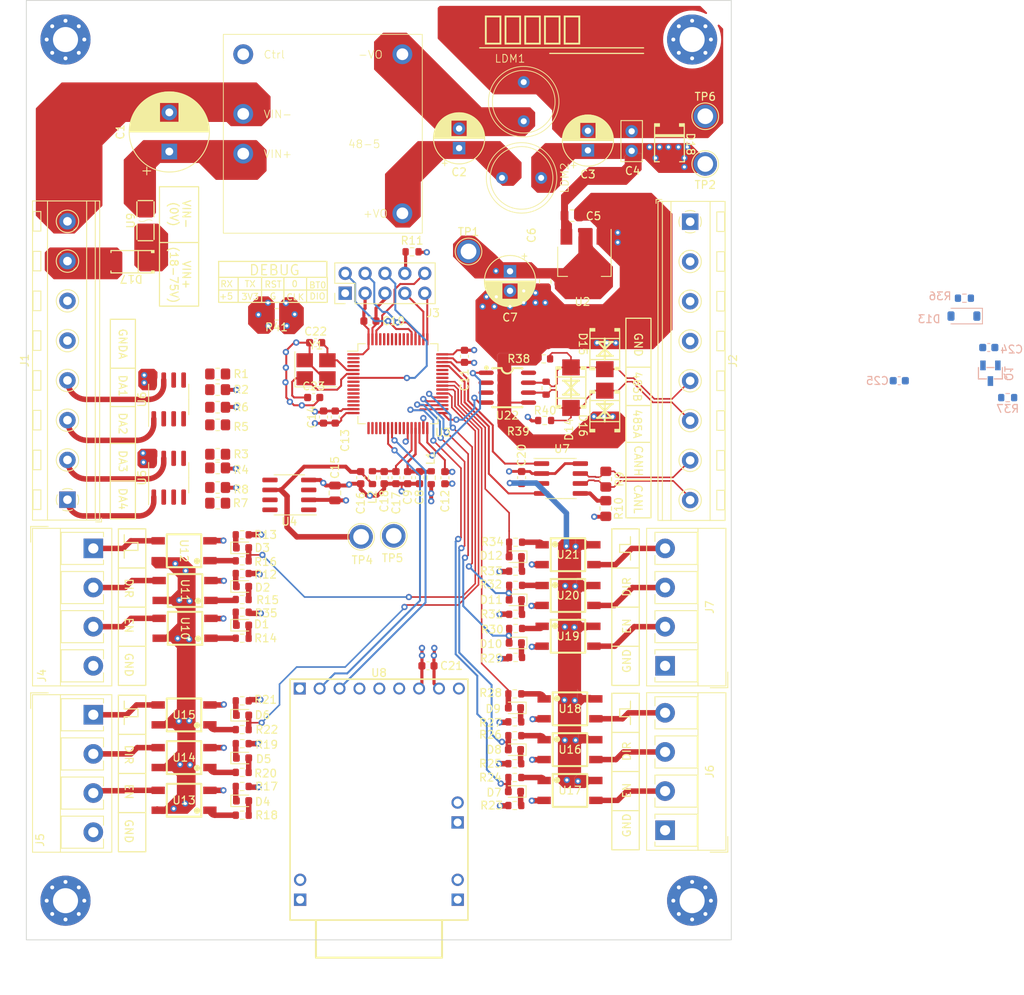
<source format=kicad_pcb>
(kicad_pcb (version 20240108) (generator "pcbnew") (generator_version "8.0")
  (layers (0 "F.Cu" signal) (1 "In1.Cu" power "GND.Cu") (2 "In2.Cu" power "POWER.Cu") (31 "B.Cu" signal) (34 "B.Paste" user) (35 "F.Paste" user) (36 "B.SilkS" user "B.Silkscreen") (37 "F.SilkS" user "F.Silkscreen") (38 "B.Mask" user) (39 "F.Mask" user) (44 "Edge.Cuts" user))
  (net 0 "")
  (net 1 "/电源/VIN")
  (net 2 "/接口/VIN-")
  (net 3 "Net-(U1-+VO)")
  (net 4 "Net-(U1--VO)")
  (net 5 "+5V")
  (net 6 "VDDA")
  (net 7 "/MCU核心/VREF+")
  (net 12 "Net-(U3-PF0)")
  (net 13 "Net-(U3-PF1)")
  (net 14 "SWCLK")
  (net 21 "SWDIO")
  (net 26 "RST")
  (net 28 "Net-(U3-VREF+)")
  (net 46 "GNDA")
  (net 47 "Net-(U6-2IN-)")
  (net 48 "Net-(U5-2IN-)")
  (net 49 "Net-(U6-1IN-)")
  (net 50 "Net-(U5-1IN-)")
  (net 51 "/MCU核心/DAC_OUT2")
  (net 52 "/MCU核心/DAC_OU1")
  (net 53 "/MCU核心/DAC_OUT4")
  (net 54 "/MCU核心/DAC_OUT3")
  (net 55 "Net-(U7-VIO)")
  (net 57 "BOOT0")
  (net 58 "Net-(J3-Pin_8)")
  (net 62 "+3V3")
  (net 63 "/MCU核心/CAN_TX")
  (net 64 "/MCU核心/CAN_RX")
  (net 66 "/接口/DAC_2")
  (net 67 "/接口/DAC_1")
  (net 68 "/接口/VIN+")
  (net 69 "/接口/DAC_4")
  (net 70 "/接口/DAC_3")
  (net 75 "/MCU核心/USART_RX")
  (net 76 "/MCU核心/USART_TX")
  (net 85 "/can总线/CAN+")
  (net 86 "/can总线/CAN-")
  (net 87 "Net-(D1-K)")
  (net 88 "Net-(D2-K)")
  (net 89 "Net-(D3-K)")
  (net 90 "Net-(D4-K)")
  (net 91 "Net-(D5-K)")
  (net 92 "Net-(D6-K)")
  (net 93 "Net-(D7-K)")
  (net 94 "Net-(D8-K)")
  (net 95 "Net-(D9-K)")
  (net 96 "Net-(D10-K)")
  (net 97 "Net-(D11-K)")
  (net 98 "Net-(D12-K)")
  (net 99 "Net-(U10-AN)")
  (net 100 "Net-(U11-AN)")
  (net 101 "Net-(U12-AN)")
  (net 102 "Net-(U13-AN)")
  (net 103 "Net-(U14-AN)")
  (net 104 "Net-(U15-AN)")
  (net 105 "Net-(U16-AN)")
  (net 106 "Net-(U17-AN)")
  (net 107 "Net-(U18-AN)")
  (net 108 "Net-(U19-AN)")
  (net 109 "Net-(U20-AN)")
  (net 110 "Net-(U21-AN)")
  (net 111 "/steper/ST_EN1")
  (net 112 "/steper/ST_DIR1")
  (net 113 "/steper/ST_PWM1")
  (net 114 "/steper/ST_EN2")
  (net 115 "/steper/ST_DIR2")
  (net 116 "/steper/ST_PWM2")
  (net 117 "/steper/ST_EN3")
  (net 118 "/steper/ST_DIR3")
  (net 119 "/steper/ST_PWM3")
  (net 120 "/steper/ST_EN4")
  (net 121 "/steper/ST_DIR4")
  (net 122 "/steper/ST_PWM4")
  (net 123 "/MCU核心/EN1")
  (net 124 "/MCU核心/DIR1")
  (net 125 "/MCU核心/PWM1")
  (net 126 "/MCU核心/EN2")
  (net 127 "/MCU核心/DIR2")
  (net 128 "/MCU核心/PWM2")
  (net 129 "/MCU核心/EN3")
  (net 130 "/MCU核心/DIR3")
  (net 131 "/MCU核心/PWM3")
  (net 132 "/MCU核心/EN4")
  (net 133 "/MCU核心/DIR4")
  (net 134 "Net-(D13-A)")
  (net 135 "Net-(Q1-C)")
  (net 136 "GND")
  (net 137 "Net-(D17-K)")
  (net 138 "/RS485/485+")
  (net 139 "/RS485/485-")
  (net 140 "UART4_TX")
  (net 141 "UART4_RX")
  (net 142 "/MCU核心/RS485_RX")
  (net 143 "/MCU核心/RS485_TX")
  (net 145 "/MCU核心/PWM4")
  (footprint "Resistor_SMD:R_0603_1608Metric" (layer "F.Cu") (at 47.562 113.14525 180)
    (property "Reference" "R22")
    (property "Value" "360R")
  )
  (footprint "TerminalBlock_RND:TerminalBlock_RND_205-00278_1x04_P5.00mm_Vertical" (layer "F.Cu") (at 28.55 90 -90)
    (property "Reference" "J4")
    (property "Value" "Screw_Terminal_01x04")
  )
  (footprint "Capacitor_SMD:C_0603_1608Metric" (layer "F.Cu") (at 57.937 73.221 90)
    (property "Reference" "C14")
    (property "Value" "4.7UF")
  )
  (footprint "TerminalBlock_RND:TerminalBlock_RND_205-00278_1x04_P5.00mm_Vertical" (layer "F.Cu") (at 101.55 126 90)
    (property "Reference" "J6")
    (property "Value" "Screw_Terminal_01x04")
  )
  (footprint "Resistor_SMD:R_0603_1608Metric" (layer "F.Cu") (at 82.464 103.927 180)
    (property "Reference" "R29")
    (property "Value" "500R")
  )
  (footprint "Capacitor_SMD:C_0603_1608Metric" (layer "F.Cu") (at 75.937 65.461 -90)
    (property "Reference" "C11")
    (property "Value" "104")
  )
  (footprint "Resistor_SMD:R_0603_1608Metric" (layer "F.Cu") (at 82.362 108.579)
    (property "Reference" "R28")
    (property "Value" "360R")
  )
  (footprint "LED_SMD:LED_0603_1608Metric" (layer "F.Cu") (at 47.602 122.243375)
    (property "Reference" "D4")
    (property "Value" "LED")
  )
  (footprint "Capacitor_THT:C_Disc_D5.0mm_W2.5mm_P2.50mm" (layer "F.Cu") (at 97.282 39.223 90)
    (property "Reference" "C4")
    (property "Value" "104_Ceramic" (hide yes))
  )
  (footprint "LED_SMD:LED_0603_1608Metric" (layer "F.Cu") (at 82.32 115.71 180)
    (property "Reference" "D8")
    (property "Value" "LED")
  )
  (footprint "Resistor_SMD:R_0805_2012Metric_Pad1.20x1.40mm_HandSolder" (layer "F.Cu") (at 93.98 84.903 -90)
    (property "Reference" "R10")
    (property "Value" "510R")
  )
  (footprint "TestPoint:TestPoint_Plated_Hole_D2.0mm" (layer "F.Cu") (at 62.738 88.519)
    (property "Reference" "TP4")
    (property "Value" "2.5V")
  )
  (footprint "Resistor_SMD:R_0603_1608Metric" (layer "F.Cu") (at 82.362 112.155 180)
    (property "Reference" "R27")
    (property "Value" "500R")
  )
  (footprint "Resistor_SMD:R_0805_2012Metric_Pad1.20x1.40mm_HandSolder" (layer "F.Cu") (at 44.425 71.97 180)
    (property "Reference" "R6")
    (property "Value" "1K" (hide yes))
  )
  (footprint "Capacitor_SMD:C_0603_1608Metric" (layer "F.Cu") (at 62.687 80.961 90)
    (property "Reference" "C16")
    (property "Value" "104")
  )
  (footprint "TerminalBlock_RND:TerminalBlock_RND_205-00278_1x04_P5.00mm_Vertical" (layer "F.Cu") (at 101.55 105 90)
    (property "Reference" "J7")
    (property "Value" "Screw_Terminal_01x04")
  )
  (footprint "LED_SMD:LED_0603_1608Metric" (layer "F.Cu") (at 82.424 96.569 180)
    (property "Reference" "D11")
    (property "Value" "LED")
  )
  (footprint "MYLibrary:MY" (layer "F.Cu") (at 33.401 53.381 180)
    (property "Reference" "D17")
    (property "Value" "SS54 60V/5A")
  )
  (footprint "Resistor_SMD:R_0603_1608Metric" (layer "F.Cu") (at 82.464 89.211)
    (property "Reference" "R34")
    (property "Value" "360R")
  )
  (footprint "Resistor_SMD:R_0603_1608Metric" (layer "F.Cu") (at 47.5595 91.587 180)
    (property "Reference" "R16")
    (property "Value" "360R")
  )
  (footprint "Resistor_SMD:R_0805_2012Metric_Pad1.20x1.40mm_HandSolder" (layer "F.Cu") (at 51.9336 60.0964 180)
    (property "Reference" "R41")
    (property "Value" "0R")
  )
  (footprint "MYLibrary:OPTO-SMD-4_L4.4-W4.1-P2.54-LS7.0-TL" (layer "F.Cu") (at 89.406 115.703)
    (property "Reference" "U17")
    (property "Value" "~")
  )
  (footprint "MYLibrary:SMB_L4.6-W3.6-LS5.3-BI" (layer "F.Cu") (at 93.853 72.4415 -90)
    (property "Reference" "D16")
    (property "Value" "~")
  )
  (footprint "Capacitor_SMD:C_0603_1608Metric" (layer "F.Cu") (at 73.437 80.971 -90)
    (property "Reference" "C12")
    (property "Value" "104")
  )
  (footprint "MYLibrary:SMB_L4.6-W3.6-LS5.3-BI" (layer "F.Cu") (at 89.535 69.469 90)
    (property "Reference" "D14")
    (property "Value" "~")
  )
  (footprint "MountingHole:MountingHole_3.2mm_M3_Pad_Via" (layer "F.Cu") (at 105 135)
    (property "Reference" "H4" (hide yes))
    (property "Value" "MountingHole_Pad" (hide yes))
  )
  (footprint "MYLibrary:URB4805YMD-10WR3" (layer "F.Cu") (at 45.15 24.3375)
    (property "Reference" "U1" (hide yes))
    (property "Value" "48V-5V")
  )
  (footprint "TestPoint:TestPoint_Plated_Hole_D2.0mm" (layer "F.Cu") (at 106.68 40.894)
    (property "Reference" "TP2")
    (property "Value" "5V")
  )
  (footprint "LED_SMD:LED_0603_1608Metric" (layer "F.Cu") (at 47.5995 99.812)
    (property "Reference" "D1")
    (property "Value" "LED")
  )
  (footprint "Resistor_SMD:R_0805_2012Metric_Pad1.20x1.40mm_HandSolder" (layer "F.Cu") (at 44.425 67.72)
    (property "Reference" "R1")
    (property "Value" "1K")
  )
  (footprint "Resistor_SMD:R_0805_2012Metric_Pad1.20x1.40mm_HandSolder" (layer "F.Cu") (at 44.425 82.22 180)
    (property "Reference" "R8")
    (property "Value" "1K" (hide yes))
  )
  (footprint "Package_SO:SOIC-8_3.9x4.9mm_P1.27mm" (layer "F.Cu") (at 38.175 70.97 90)
    (property "Reference" "U6")
    (property "Value" "LM358")
  )
  (footprint "Capacitor_SMD:C_0805_2012Metric" (layer "F.Cu") (at 86.25 55.9 -90)
    (property "Reference" "C6")
    (property "Value" "104" (hide yes))
  )
  (footprint "MYLibrary:SOIC-8_L5.0-W4.0-P1.27-LS6.0-BL" (layer "F.Cu") (at 81.407 69.469 -90)
    (property "Reference" "U22")
    (property "Value" "~")
  )
  (footprint "MYLibrary:FUSE-SMD_L3.2-W1.6" (layer "F.Cu") (at 35.2085 48.133 90)
    (property "Reference" "U9")
    (property "Value" "48V/3A")
  )
  (footprint "Resistor_SMD:R_0603_1608Metric" (layer "F.Cu") (at 47.5595 101.473 180)
    (property "Reference" "R14")
    (property "Value" "360R")
  )
  (footprint "LED_SMD:LED_0603_1608Metric" (layer "F.Cu") (at 47.602 111.309625)
    (property "Reference" "D6")
    (property "Value" "LED")
  )
  (footprint "TerminalBlock_RND:TerminalBlock_RND_205-00278_1x04_P5.00mm_Vertical" (layer "F.Cu") (at 28.55 111.25 -90)
    (property "Reference" "J5")
    (property "Value" "Screw_Terminal_01x04")
  )
  (footprint "TestPoint:TestPoint_Plated_Hole_D2.0mm" (layer "F.Cu") (at 66.9036 88.392 90)
    (property "Reference" "TP5")
    (property "Value" "GNDA")
  )
  (footprint "Resistor_SMD:R_0603_1608Metric" (layer "F.Cu") (at 82.464 100.228)
    (property "Reference" "R30")
    (property "Value" "360R")
  )
  (footprint "LED_SMD:LED_0603_1608Metric" (layer "F.Cu") (at 82.424 91.0605 180)
    (property "Reference" "D12")
    (property "Value" "LED")
  )
  (footprint "MYLibrary:OPTO-SMD-4_L4.4-W4.1-P2.54-LS7.0-TL" (layer "F.Cu") (at 40.132 90.297 180)
    (property "Reference" "U12")
    (property "Value" "~")
  )
  (footprint "Resistor_SMD:R_0603_1608Metric" (layer "F.Cu") (at 64.187 80.961 90)
    (property "Reference" "L2")
    (property "Value" "600 R@100MHz" (hide yes))
  )
  (footprint "MYLibrary:OPTO-SMD-4_L4.4-W4.1-P2.54-LS7.0-TL" (layer "F.Cu") (at 89.154 90.805)
    (property "Reference" "U21")
    (property "Value" "~")
  )
  (footprint "Resistor_SMD:R_0603_1608Metric" (layer "F.Cu") (at 47.562 118.612125 180)
    (property "Reference" "R20")
    (property "Value" "360R")
  )
  (footprint "Resistor_SMD:R_0603_1608Metric" (layer "F.Cu") (at 82.464 98.4185 180)
    (property "Reference" "R31")
    (property "Value" "500R")
  )
  (footprint "Resistor_SMD:R_0603_1608Metric" (layer "F.Cu") (at 47.5595 96.53 180)
    (property "Reference" "R15")
    (property "Value" "360R")
  )
  (footprint "MYLibrary:OPTO-SMD-4_L4.4-W4.1-P2.54-LS7.0-TL" (layer "F.Cu") (at 40.259 100.203 180)
    (property "Reference" "U10")
    (property "Value" "~")
  )
  (footprint "Capacitor_SMD:C_0603_1608Metric" (layer "F.Cu") (at 83.23 80.953 90)
    (property "Reference" "C20")
    (property "Value" "104")
  )
  (footprint "LED_SMD:LED_0603_1608Metric" (layer "F.Cu") (at 82.424 102.0775 180)
    (property "Reference" "D10")
    (property "Value" "LED")
  )
  (footprint "Resistor_SMD:R_0603_1608Metric" (layer "F.Cu") (at 47.562 120.40775)
    (property "Reference" "R17")
    (property "Value" "500R")
  )
  (footprint "LED_SMD:LED_0603_1608Metric" (layer "F.Cu") (at 47.5995 89.926)
    (property "Reference" "D3")
    (property "Value" "LED" (hide yes))
  )
  (footprint "Resistor_SMD:R_0603_1608Metric" (layer "F.Cu") (at 82.362 119.266)
    (property "Reference" "R24")
    (property "Value" "360R")
  )
  (footprint "Capacitor_SMD:C_0805_2012Metric" (layer "F.Cu") (at 59.399 82.916 90)
    (property "Reference" "C15")
    (property "Value" "104")
  )
  (footprint "Resistor_SMD:R_0805_2012Metric_Pad1.20x1.40mm_HandSolder" (layer "F.Cu") (at 44.425 69.72 180)
    (property "Reference" "R2")
    (property "Value" "1K")
  )
  (footprint "Resistor_SMD:R_0603_1608Metric" (layer "F.Cu") (at 47.562 124.079 180)
    (property "Reference" "R18")
    (property "Value" "360R")
  )
  (footprint "Capacitor_SMD:C_0805_2012Metric" (layer "F.Cu") (at 89.662 47.498)
    (property "Reference" "C5")
    (property "Value" "104" (hide yes))
  )
  (footprint "TerminalBlock_RND:TerminalBlock_RND_205-00238_1x08_P5.08mm_Horizontal" (layer "F.Cu") (at 104.75 48.27 -90)
    (property "Reference" "J2")
    (property "Value" "Screw_Terminal_01x08" (hide yes))
  )
  (footprint "TerminalBlock_RND:TerminalBlock_RND_205-00238_1x08_P5.08mm_Horizontal" (layer "F.Cu") (at 25.25 83.78 90)
    (property "Reference" "J1")
    (property "Value" "Screw_Terminal_01x08")
  )
  (footprint "Capacitor_SMD:C_0603_1608Metric" (layer "F.Cu") (at 59.437 73.221 90)
    (property "Reference" "C13")
    (property "Value" "104")
  )
  (footprint "Resistor_SMD:R_0603_1608Metric" (layer "F.Cu") (at 82.362 122.842 180)
    (property "Reference" "R23")
    (property "Value" "500R")
  )
  (footprint "Resistor_SMD:R_0805_2012Metric_Pad1.20x1.40mm_HandSolder" (layer "F.Cu") (at 44.425 79.72 180)
    (property "Reference" "R4")
    (property "Value" "1K")
  )
  (footprint "Capacitor_SMD:C_0603_1608Metric" (layer "F.Cu") (at 63.868 60.96)
    (property "Reference" "C10")
    (property "Value" "104")
  )
  (footprint "Resistor_SMD:R_0603_1608Metric" (layer "F.Cu") (at 82.464 94.7195)
    (property "Reference" "R32")
    (property "Value" "360R")
  )
  (footprint "MountingHole:MountingHole_3.2mm_M3_Pad_Via" (layer "F.Cu") (at 25 135)
    (property "Reference" "H3" (hide yes))
    (property "Value" "MountingHole_Pad" (hide yes))
  )
  (footprint "MYLibrary:OPTO-SMD-4_L4.4-W4.1-P2.54-LS7.0-TL" (layer "F.Cu") (at 40.132 116.72 180)
    (property "Reference" "U14")
    (property "Value" "~")
  )
  (footprint "Resistor_SMD:R_0603_1608Metric" (layer "F.Cu") (at 47.5595 88.265)
    (property "Reference" "R13")
    (property "Value" "500R" (hide yes))
  )
  (footprint "Capacitor_SMD:C_0603_1608Metric" (layer "F.Cu") (at 56.937 63.721)
    (property "Reference" "C22")
    (property "Value" "104")
  )
  (footprint "Capacitor_SMD:C_0603_1608Metric" (layer "F.Cu") (at 70.187 80.961 -90)
    (property "Reference" "C8")
    (property "Value" "104")
  )
  (footprint "Capacitor_SMD:C_0603_1608Metric" (layer "F.Cu") (at 56.687 70.721)
    (property "Reference" "C23")
    (property "Value" "104")
  )
  (footprint "Resistor_SMD:R_0603_1608Metric" (layer "F.Cu") (at 47.5595 98.151)
    (property "Reference" "R35")
    (property "Value" "500R")
  )
  (footprint "Resistor_SMD:R_0805_2012Metric_Pad1.20x1.40mm_HandSolder" (layer "F.Cu") (at 44.425 84.22)
    (property "Reference" "R7")
    (property "Value" "1K" (hide yes))
  )
  (footprint "MYLibrary:OPTO-SMD-4_L4.4-W4.1-P2.54-LS7.0-TL" (layer "F.Cu") (at 89.154 96.012)
    (property "Reference" "U20")
    (property "Value" "~")
  )
  (footprint "Resistor_SMD:R_0603_1608Metric" (layer "F.Cu") (at 69.246 52.114)
    (property "Reference" "R11")
    (property "Value" "10K")
  )
  (footprint "Resistor_SMD:R_0603_1608Metric" (layer "F.Cu") (at 86.043 65.786 180)
    (property "Reference" "R38")
    (property "Value" "360R")
  )
  (footprint "MountingHole:MountingHole_3.2mm_M3_Pad_Via" (layer "F.Cu") (at 105 25)
    (property "Reference" "H2" (hide yes))
    (property "Value" "MountingHole_Pad" (hide yes))
  )
  (footprint "Package_QFP:LQFP-64_10x10mm_P0.5mm" (layer "F.Cu") (at 67.437 68.961)
    (property "Reference" "U3")
    (property "Value" "STM32G474RETx" (hide yes))
  )
  (footprint "MountingHole:MountingHole_3.2mm_M3_Pad_Via" (layer "F.Cu") (at 25 25)
    (property "Reference" "H1" (hide yes))
    (property "Value" "MountingHole_Pad" (hide yes))
  )
  (footprint "Capacitor_THT:CP_Radial_D6.3mm_P2.50mm" (layer "F.Cu") (at 91.694 39.15538 90)
    (property "Reference" "C3")
    (property "Value" "220uF_10V")
  )
  (footprint "Resistor_SMD:R_0603_1608Metric" (layer "F.Cu") (at 82.464 92.91 180)
    (property "Reference" "R33")
    (property "Value" "500R")
  )
  (footprint "Resistor_SMD:R_0603_1608Metric" (layer "F.Cu") (at 71.687 80.971 90)
    (property "Reference" "L1")
    (property "Value" "600 R@100MHz" (hide yes))
  )
  (footprint "Resistor_SMD:R_0603_1608Metric" (layer "F.Cu") (at 47.562 109.474)
    (property "Reference" "R21")
    (property "Value" "500R")
  )
  (footprint "MYLibrary:OPTO-SMD-4_L4.4-W4.1-P2.54-LS7.0-TL" (layer "F.Cu") (at 89.154 101.219)
    (property "Reference" "U19")
    (property "Value" "~")
  )
  (footprint "Resistor_SMD:R_0603_1608Metric" (layer "F.Cu") (at 47.5595 93.208)
    (property "Reference" "R12")
    (property "Value" "500R")
  )
  (footprint "MYLibrary:SMB_L4.6-W3.6-LS5.3-BI" (layer "F.Cu") (at 93.853 64.516 -90)
    (property "Reference" "D15")
    (property "Value" "~")
  )
  (footprint "Resistor_SMD:R_0603_1608Metric" (layer "F.Cu") (at 47.562 114.940875)
    (property "Reference" "R19")
    (property "Value" "500R")
  )
  (footprint "Resistor_SMD:R_0603_1608Metric" (layer "F.Cu") (at 82.36 113.922)
    (property "Reference" "R26")
    (property "Value" "360R")
  )
  (footprint "LED_SMD:LED_0603_1608Metric" (layer "F.Cu") (at 82.322 110.367 180)
    (property "Reference" "D9")
    (property "Value" "LED")
  )
  (footprint "Capacitor_SMD:C_0603_1608Metric" (layer "F.Cu") (at 65.687 80.961 90)
    (property "Reference" "C18")
    (property "Value" "1uf")
  )
  (footprint "Capacitor_SMD:C_0603_1608Metric" (layer "F.Cu") (at 71.274 105)
    (property "Reference" "C21")
    (property "Value" "104")
  )
  (footprint "Resistor_SMD:R_0603_1608Metric" (layer "F.Cu") (at 82.36 117.498 180)
    (property "Reference" "R25")
    (property "Value" "500R")
  )
  (footprint "Resistor_SMD:R_0603_1608Metric" (layer "F.Cu") (at 86.36 69.532 90)
    (property "Reference" "R40")
    (property "Value" "120R")
  )
  (footprint "MYLibrary:工字功率电感_1" (layer "F.Cu") (at 83.225 42.672)
    (property "Reference" "LDM2")
    (property "Value" "1uH")
  )
  (footprint "Capacitor_THT:CP_Radial_D6.3mm_P2.50mm" (layer "F.Cu") (at 81.75 54.6 -90)
    (property "Reference" "C7")
    (property "Value" "220uF_10V" (hide yes))
  )
  (footprint "MYLibrary:OPTO-SMD-4_L4.4-W4.1-P2.54-LS7.0-TL" (layer "F.Cu") (at 89.408 110.49)
    (property "Reference" "U18")
    (property "Value" "~")
  )
  (footprint "Capacitor_THT:CP_Radial_D6.3mm_P2.50mm" (layer "F.Cu") (at 75.25 38.86988 90)
    (property "Reference" "C2")
    (property "Value" "220uF_10V")
  )
  (footprint "Capacitor_SMD:C_0603_1608Metric" (layer "F.Cu") (at 68.687 80.961 -90)
    (property "Reference" "C9")
    (property "Value" "IUF")
  )
  (footprint "MYLibrary:OPTO-SMD-4_L4.4-W4.1-P2.54-LS7.0-TL" (layer "F.Cu") (at 40.259 95.377 180)
    (property "Reference" "U11")
    (property "Value" "~")
  )
  (footprint "Resistor_SMD:R_0805_2012Metric_Pad1.20x1.40mm_HandSolder" (layer "F.Cu") (at 44.425 74.22)
    (property "Reference" "R5")
    (property "Value" "1K" (hide yes))
  )
  (footprint "LED_SMD:LED_0603_1608Metric" (layer "F.Cu") (at 82.322 121.054 180)
    (property "Reference" "D7")
    (property "Value" "LED")
  )
  (footprint "TestPoint:TestPoint_Plated_Hole_D2.0mm" (layer "F.Cu") (at 106.68 34.798)
    (property "Reference" "TP6")
    (property "Value" "GND")
  )
  (footprint "MYLibrary:OPTO-SMD-4_L4.4-W4.1-P2.54-LS7.0-TL" (layer "F.Cu") (at 40.132 111.266 180)
    (property "Reference" "U15")
    (property "Value" "~")
  )
  (footprint "Resistor_SMD:R_0603_1608Metric" (layer "F.Cu") (at 86.17 73.66)
    (property "Reference" "R39")
    (property "Value" "360R")
  )
  (footprint "MYLibrary:ZQWL-GE145S_ZQWL-GE105S" (layer "F.Cu") (at 54.6443 107.868395)
    (property "Reference" "U8")
    (property "Value" "ZQWL-GE145S/ZQWL-GE145S")
  )
  (footprint "Resistor_SMD:R_0805_2012Metric_Pad1.20x1.40mm_HandSolder" (layer "F.Cu") (at 93.98 81.153 90)
    (property "Reference" "R9")
    (property "Value" "120R")
  )
  (footprint "Capacitor_SMD:C_0603_1608Metric" (layer "F.Cu") (at 67.187 80.961 90)
    (property "Reference" "C17")
    (property "Value" "104")
  )
  (footprint "Resistor_SMD:R_0805_2012Metric_Pad1.20x1.40mm_HandSolder" (layer "F.Cu") (at 44.425 77.97)
    (property "Reference" "R3")
    (property "Value" "1K")
  )
  (footprint "TestPoint:TestPoint_Plated_Hole_D2.0mm" (layer "F.Cu") (at 76.454 52.07)
    (property "Reference" "TP1")
    (property "Value" "3V3")
  )
  (footprint "Connector_PinHeader_2.54mm:PinHeader_2x05_P2.54mm_Vertical" (layer "F.Cu") (at 60.706 57.404 90)
    (property "Reference" "J3")
    (property "Value" "Conn_02x05_Counter_Clockwise" (hide yes))
  )
  (footprint "Package_SO:SOIC-8_3.9x4.9mm_P1.27mm" (layer "F.Cu") (at 38.175 80.97 90)
    (property "Reference" "U5")
    (property "Value" "LM358")
  )
  (footprint "Package_TO_SOT_SMD:SOT-223" (layer "F.Cu") (at 91.25 53.35 -90)
    (property "Reference" "U2")
    (property "Value" "~")
  )
  (footprint "Package_SO:SOIC-8_3.9x4.9mm_P1.27mm" (layer "F.Cu") (at 53.579 83.166 180)
    (property "Reference" "U4")
    (property "Value" "2.5V")
  )
  (footprint "Package_SO:SOIC-8_3.9x4.9mm_P1.27mm" (layer "F.Cu") (at 88.255 81.073)
    (property "Reference" "U7")
    (property "Value" "TJA1051T-3" (hide yes))
  )
  (footprint "Capacitor_THT:CP_Radial_D10.0mm_P5.00mm" (layer "F.Cu") (at 38.25 39.305177 90)
    (property "Reference" "C1")
    (property "Value" "100uF_100V")
  )
  (footprint "MYLibrary:SMB_L4.3-W3.6-LS5.4-RD" (layer "F.Cu") (at 102.108 38.354 -90)
    (property "Reference" "D18")
    (property "Value" "5V")
  )
  (footprint "Crystal:Crystal_SMD_3225-4Pin_3.2x2.5mm_HandSoldering" (layer "F.Cu") (at 56.987 67.121)
    (property "Reference" "Y1")
    (property "Value" "24M")
  )
  (footprint "MYLibrary:OPTO-SMD-4_L4.4-W4.1-P2.54-LS7.0-TL" (layer "F.Cu") (at 40.132 122.174 180)
    (property "Reference" "U13")
    (property "Value" "~")
  )
  (footprint "LED_SMD:LED_0603_1608Metric" (layer "F.Cu") (at 47.5995 94.869)
    (property "Reference" "D2")
    (property "Value" "LED")
  )
  (footprint "MYLibrary:OPTO-SMD-4_L4.4-W4.1-P2.54-LS7.0-TL" (layer "F.Cu") (at 89.408 120.917)
    (property "Reference" "U16")
    (property "Value" "~")
  )
  (footprint "MYLibrary:工字功率电感_1" (layer "F.Cu") (at 83.5 32.9375 90)
    (property "Reference" "LDM1")
    (property "Value" "1uH")
  )
  (footprint "LED_SMD:LED_0603_1608Metric" (layer "F.Cu") (at 47.602 116.7765)
    (property "Reference" "D5")
    (property "Value" "LED")
  )
  (footprint "Resistor_SMD:R_0603_1608Metric" (layer "B.Cu") (at 139.764 58.039)
    (property "Reference" "R36")
    (property "Value" "20K")
  )
  (footprint "Capacitor_SMD:C_0603_1608Metric" (layer "B.Cu") (at 131.445 68.58 180)
    (property "Reference" "C25")
    (property "Value" "104")
  )
  (footprint "Diode_SMD:D_SOD-123" (layer "B.Cu") (at 139.701 60.325 180)
    (property "Reference" "D13")
    (property "Value" "MBR0520")
  )
  (footprint "Capacitor_SMD:C_0603_1608Metric" (layer "B.Cu") (at 142.875 64.339)
    (property "Reference" "C24")
    (property "Value" "102")
  )
  (footprint "Resistor_SMD:R_0603_1608Metric" (layer "B.Cu") (at 145.288 70.739)
    (property "Reference" "R37")
    (property "Value" "10K")
  )
  (footprint "MYLibrary:SOT-23-3_L2.9-W1.3-P1.90-LS2.4-BR" (layer "B.Cu") (at 143.081 67.625 90)
    (property "Reference" "Q1")
    (property "Value" "S8050")
  )
  (gr_line (start 99.75 71.75) (end 96.55 71.75) (stroke (width 0.15)) (layer "F.SilkS"))
  (gr_line (start 98.25 102.5) (end 94.75 102.5) (stroke (width 0.15)) (layer "F.SilkS"))
  (gr_rect (start 31.75 87.5) (end 35.25 107.5) (stroke (width 0.15)) (fill none) (layer "F.SilkS"))
  (gr_line (start 58.42 56.9976) (end 44.5516 56.9976) (stroke (width 0.15)) (layer "F.SilkS"))
  (gr_line (start 32.5 109.5) (end 32.5 110.5) (stroke (width 0.15)) (layer "F.SilkS"))
  (gr_line (start 55.7784 55.3974) (end 55.7784 58.5978) (stroke (width 0.15)) (layer "F.SilkS"))
  (gr_line (start 58.3692 53.34) (end 58.3692 55.372) (stroke (width 0.15)) (layer "F.SilkS"))
  (gr_line (start 34.25 111.5) (end 32.5 111.5) (stroke (width 0.15)) (layer "F.SilkS"))
  (gr_line (start 97.125 91.5) (end 97.125 90.5) (stroke (width 0.15)) (layer "F.SilkS"))
  (gr_line (start 32.5 110.5) (end 34.25 110.5) (stroke (width 0.15)) (layer "F.SilkS"))
  (gr_line (start 32.5 88.25) (end 32.5 89.25) (stroke (width 0.15)) (layer "F.SilkS"))
  (gr_line (start 32.5 90.25) (end 32.5 91.25) (stroke (width 0.15)) (layer "F.SilkS"))
  (gr_line (start 33.925 66.98) (end 30.725 66.98) (stroke (width 0.15)) (layer "F.SilkS"))
  (gr_rect (start 31.75 108.75) (end 35.25 128.75) (stroke (width 0.15)) (fill none) (layer "F.SilkS"))
  (gr_line (start 31.75 123.75) (end 35.25 123.75) (stroke (width 0.15)) (layer "F.SilkS"))
  (gr_line (start 33.925 76.58) (end 30.725 76.58) (stroke (width 0.15)) (layer "F.SilkS"))
  (gr_line (start 95.75 90.5) (end 95.75 89.5) (stroke (width 0.15)) (layer "F.SilkS"))
  (gr_line (start 44.5516 55.372) (end 44.5516 53.34) (stroke (width 0.15)) (layer "F.SilkS"))
  (gr_line (start 97.125 112.5) (end 97.125 111.5) (stroke (width 0.15)) (layer "F.SilkS"))
  (gr_line (start 34.25 89.25) (end 34.25 90.25) (stroke (width 0.15)) (layer "F.SilkS"))
  (gr_line (start 31.75 102.5) (end 35.25 102.5) (stroke (width 0.15)) (layer "F.SilkS"))
  (gr_line (start 32.5 111.5) (end 32.5 112.5) (stroke (width 0.15)) (layer "F.SilkS"))
  (gr_line (start 99.75 66.85) (end 96.55 66.85) (stroke (width 0.15)) (layer "F.SilkS"))
  (gr_line (start 34.25 110.5) (end 34.25 111.5) (stroke (width 0.15)) (layer "F.SilkS"))
  (gr_line (start 31.75 92.5) (end 35.25 92.5) (stroke (width 0.15)) (layer "F.SilkS"))
  (gr_line (start 32.5 89.25) (end 34.25 89.25) (stroke (width 0.15)) (layer "F.SilkS"))
  (gr_line (start 33.925 81.38) (end 30.725 81.38) (stroke (width 0.15)) (layer "F.SilkS"))
  (gr_rect (start 96.5476 60.6) (end 99.75 86.1) (stroke (width 0.15)) (fill none) (layer "F.SilkS"))
  (gr_line (start 95.75 89.5) (end 97.125 89.5) (stroke (width 0.15)) (layer "F.SilkS"))
  (gr_line (start 47.0408 58.5724) (end 47.0408 55.4228) (stroke (width 0.15)) (layer "F.SilkS"))
  (gr_line (start 36.997 50.927) (end 41.997 50.927) (stroke (width 0.15)) (layer "F.SilkS"))
  (gr_rect (start 36.997 43.802) (end 41.997 59.052) (stroke (width 0.15)) (fill none) (layer "F.SilkS"))
  (gr_line (start 50.038 55.3466) (end 50.038 58.547) (stroke (width 0.15)) (layer "F.SilkS"))
  (gr_line (start 33.925 71.88) (end 30.725 71.88) (stroke (width 0.15)) (layer "F.SilkS"))
  (gr_line (start 99.75 81.25) (end 96.55 81.25) (stroke (width 0.15)) (layer "F.SilkS"))
  (gr_line (start 98.25 92.5) (end 94.75 92.5) (stroke (width 0.15)) (layer "F.SilkS"))
  (gr_line (start 97.125 111.5) (end 95.75 111.5) (stroke (width 0.15)) (layer "F.SilkS"))
  (gr_line (start 31.75 113.75) (end 35.25 113.75) (stroke (width 0.15)) (layer "F.SilkS"))
  (gr_line (start 86.8172 26.7716) (end 98.806 26.7716) (stroke (width 0.15)) (layer "F.SilkS"))
  (gr_line (start 52.8828 55.4228) (end 52.8828 58.5216) (stroke (width 0.15)) (layer "F.SilkS"))
  (gr_line (start 98.806 26.0604) (end 77.8764 26.0604) (stroke (width 0.15)) (layer "F.SilkS"))
  (gr_line (start 31.75 118.75) (end 35.25 118.75) (stroke (width 0.15)) (layer "F.SilkS"))
  (gr_line (start 98.25 118.5) (end 94.75 118.5) (stroke (width 0.15)) (layer "F.SilkS"))
  (gr_rect (start 30.7226 60.73) (end 33.925 86.23) (stroke (width 0.15)) (fill none) (layer "F.SilkS"))
  (gr_line (start 95.75 111.5) (end 95.75 110.5) (stroke (width 0.15)) (layer "F.SilkS"))
  (gr_line (start 34.25 90.25) (end 32.5 90.25) (stroke (width 0.15)) (layer "F.SilkS"))
  (gr_line (start 99.75 76.45) (end 96.55 76.45) (stroke (width 0.15)) (layer "F.SilkS"))
  (gr_line (start 98.25 123.5) (end 94.75 123.5) (stroke (width 0.15)) (layer "F.SilkS"))
  (gr_rect (start 94.75 108.5) (end 98.25 128.5) (stroke (width 0.15)) (fill none) (layer "F.SilkS"))
  (gr_line (start 98.25 113.5) (end 94.75 113.5) (stroke (width 0.15)) (layer "F.SilkS"))
  (gr_rect (start 94.75 87.5) (end 98.25 107.5) (stroke (width 0.15)) (fill none) (layer "F.SilkS"))
  (gr_rect (start 44.5516 55.372) (end 58.42 58.5724) (stroke (width 0.15)) (fill none) (layer "F.SilkS"))
  (gr_line (start 97.125 89.5) (end 97.125 88.5) (stroke (width 0.15)) (layer "F.SilkS"))
  (gr_line (start 97.125 90.5) (end 95.75 90.5) (stroke (width 0.15)) (layer "F.SilkS"))
  (gr_line (start 97.125 110.5) (end 97.125 109.5) (stroke (width 0.15)) (layer "F.SilkS"))
  (gr_line (start 95.75 110.5) (end 97.125 110.5) (stroke (width 0.15)) (layer "F.SilkS"))
  (gr_line (start 31.75 97.5) (end 35.25 97.5) (stroke (width 0.15)) (layer "F.SilkS"))
  (gr_line (start 98.25 97.5) (end 94.75 97.5) (stroke (width 0.15)) (layer "F.SilkS"))
  (gr_line (start 44.5516 53.34) (end 58.3692 53.34) (stroke (width 0.15)) (layer "F.SilkS"))
  (gr_rect (start 20 20) (end 110 140) (stroke (width 0.1)) (fill none) (layer "Edge.Cuts"))
  (gr_text "运动控制板" (at 78.3336 25.4 0) (layer "F.SilkS") (effects (font (size 3 3) (thickness 0.5) (bold yes)) (justify left bottom)))
  (gr_text "CANH\n" (at 97.5465 76.75 270) (layer "F.SilkS") (effects (font (size 1 1)) (justify left bottom)))
  (gr_text "TX" (at 47.8028 56.6928 0) (layer "F.SilkS") (effects (font (size 0.8 0.8) (thickness 0.12)) (justify left bottom)))
  (gr_text "GND\n" (at 32.5 103.25 -90) (layer "F.SilkS") (effects (font (size 1 1)) (justify left bottom)))
  (gr_text "DIR" (at 97.25 96.25 90) (layer "F.SilkS") (effects (font (size 1 1)) (justify left bottom)))
  (gr_text "0" (at 53.7972 56.6928 0) (layer "F.SilkS") (effects (font (size 0.8 0.8) (thickness 0.12)) (justify left bottom)))
  (gr_text "GND\n" (at 32.5 124.5 -90) (layer "F.SilkS") (effects (font (size 1 1)) (justify left bottom)))
  (gr_text "GND\n" (at 97.25 106 90) (layer "F.SilkS") (effects (font (size 1 1)) (justify left bottom)))
  (gr_text "CLK" (at 53.1368 58.3692 0) (layer "F.SilkS") (effects (font (size 0.8 0.8) (thickness 0.12)) (justify left bottom)))
  (gr_text "DIR" (at 97.25 117.25 90) (layer "F.SilkS") (effects (font (size 1 1)) (justify left bottom)))
  (gr_text "DIO" (at 56.0832 58.2676 0) (layer "F.SilkS") (effects (font (size 0.8 0.8) (thickness 0.12)) (justify left bottom)))
  (gr_text "G" (at 51.0032 58.2676 0) (layer "F.SilkS") (effects (font (size 0.8 0.8) (thickness 0.12)) (justify left bottom)))
  (gr_text "DA4\n" (at 31.7215 82.170476 -90) (layer "F.SilkS") (effects (font (size 1 1)) (justify left bottom)))
  (gr_text "GNDA\n" (at 31.7215 61.825238 -90) (layer "F.SilkS") (effects (font (size 1 1)) (justify left bottom)))
  (gr_text "EN" (at 32.5 98.75 -90) (layer "F.SilkS") (effects (font (size 1 1)) (justify left bottom)))
  (gr_text "CANL\n" (at 97.5 81.75 270) (layer "F.SilkS") (effects (font (size 1 1)) (justify left bottom)))
  (gr_text "RST" (at 50.3428 56.7436 0) (layer "F.SilkS") (effects (font (size 0.8 0.8) (thickness 0.12)) (justify left bottom)))
  (gr_text "DA1" (at 31.7215 67.732976 -90) (layer "F.SilkS") (effects (font (size 1 1)) (justify left bottom)))
  (gr_text "RX" (at 44.704 56.6928 0) (layer "F.SilkS") (effects (font (size 0.8 0.8) (thickness 0.12)) (justify left bottom)))
  (gr_text "485A\n" (at 97.409 72.136 270) (layer "F.SilkS") (effects (font (size 1 1)) (justify left bottom)))
  (gr_text "+5" (at 44.5516 58.2676 0) (layer "F.SilkS") (effects (font (size 0.8 0.8) (thickness 0.12)) (justify left bottom)))
  (gr_text "3V3" (at 47.3964 58.3184 0) (layer "F.SilkS") (effects (font (size 0.8 0.8) (thickness 0.12)) (justify left bottom)))
  (gr_text "VIN-\n(0V)\n" (at 38.247 47.302 270) (layer "F.SilkS") (effects (font (size 1 1)) (justify bottom)))
  (gr_text "EN" (at 32.5 120 -90) (layer "F.SilkS") (effects (font (size 1 1)) (justify left bottom)))
  (gr_text "GND\n" (at 97.25 127 90) (layer "F.SilkS") (effects (font (size 1 1)) (justify left bottom)))
  (gr_text "VIN+\n(18-75V)" (at 38.247 55.052 270) (layer "F.SilkS") (effects (font (size 1 1)) (justify bottom)))
  (gr_text "DA2\n" (at 31.7215 72.545476 -90) (layer "F.SilkS") (effects (font (size 1 1)) (justify left bottom)))
  (gr_text "BT0\n" (at 56.0324 56.8452 0) (layer "F.SilkS") (effects (font (size 0.8 0.8) (thickness 0.12)) (justify left bottom)))
  (gr_text "DEBUG" (at 48.3616 55.2196 0) (layer "F.SilkS") (effects (font (size 1.3 1.3)) (justify left bottom)))
  (gr_text "GND" (at 97.536 62.357 270) (layer "F.SilkS") (effects (font (size 1 1)) (justify left bottom)))
  (gr_text "485B" (at 97.409 67.31 270) (layer "F.SilkS") (effects (font (size 1 1)) (justify left bottom)))
  (gr_text "EN" (at 97.25 101 90) (layer "F.SilkS") (effects (font (size 1 1)) (justify left bottom)))
  (gr_text "EN" (at 97.25 122 90) (layer "F.SilkS") (effects (font (size 1 1)) (justify left bottom)))
  (gr_text "DA3\n" (at 31.7215 77.357976 -90) (layer "F.SilkS") (effects (font (size 1 1)) (justify left bottom)))
  (gr_text "DIR" (at 32.5 115 -90) (layer "F.SilkS") (effects (font (size 1 1)) (justify left bottom)))
  (gr_text "DIR" (at 32.5 93.75 -90) (layer "F.SilkS") (effects (font (size 1 1)) (justify left bottom)))
  (segment (start 59.334 83.801) (end 59.399 83.866) (width 0.5) (layer "F.Cu") (net 5))
  (segment (start 60.8028 83.866) (end 59.399 83.866) (width 0.5) (layer "F.Cu") (net 5))
  (segment (start 81.73 81.653) (end 83.155 81.653) (width 0.35) (layer "F.Cu") (net 5))
  (segment (start 85.76 81.728) (end 85.78 81.708) (width 0.35) (layer "F.Cu") (net 5))
  (segment (start 60.8584 83.8708) (end 60.8076 83.8708) (width 0.5) (layer "F.Cu") (net 5))
  (segment (start 83.155 81.653) (end 83.23 81.728) (width 0.35) (layer "F.Cu") (net 5))
  (segment (start 83.23 81.728) (end 85.76 81.728) (width 0.35) (layer "F.Cu") (net 5))
  (segment (start 56.054 83.801) (end 59.334 83.801) (width 0.5) (layer "F.Cu") (net 5))
  (segment (start 60.8076 83.8708) (end 60.8028 83.866) (width 0.5) (layer "F.Cu") (net 5))
  (via (at 39.0144 91.948) (size 0.8) (drill 0.4) (layers "F.Cu" "B.Cu") (net 5))
  (via (at 38.8112 123.2408) (size 0.8) (drill 0.4) (layers "F.Cu" "B.Cu") (net 5))
  (via (at 104.013 41.275) (size 0.8) (drill 0.4) (layers "F.Cu" "B.Cu") (net 5))
  (via (at 40.2844 122.5804) (size 0.8) (drill 0.4) (layers "F.Cu" "B.Cu") (net 5))
  (via (at 88.7984 94.7928) (size 0.8) (drill 0.4) (layers "F.Cu" "B.Cu") (net 5))
  (via (at 101.981 38.735) (size 0.8) (drill 0.4) (layers "F.Cu" "B.Cu") (net 5))
  (via (at 39.4716 112.0648) (size 0.8) (drill 0.4) (layers "F.Cu" "B.Cu") (net 5))
  (via (at 89.9668 100.076) (size 0.8) (drill 0.4) (layers "F.Cu" "B.Cu") (net 5))
  (via (at 90.0684 94.8436) (size 0.8) (drill 0.4) (layers "F.Cu" "B.Cu") (net 5))
  (via (at 90.1192 89.7636) (size 0.8) (drill 0.4) (layers "F.Cu" "B.Cu") (net 5))
  (via (at 88.7476 114.5032) (size 0.8) (drill 0.4) (layers "F.Cu" "B.Cu") (net 5))
  (via (at 39.3192 101.4984) (size 0.8) (drill 0.4) (layers "F.Cu" "B.Cu") (net 5))
  (via (at 90.1192 114.5032) (size 0.8) (drill 0.4) (layers "F.Cu" "B.Cu") (net 5))
  (via (at 88.7476 100.0252) (size 0.8) (drill 0.4) (layers "F.Cu" "B.Cu") (net 5))
  (via (at 40.894 117.6528) (size 0.8) (drill 0.4) (layers "F.Cu" "B.Cu") (net 5))
  (via (at 100.33 40.132) (size 0.8) (drill 0.4) (layers "F.Cu" "B.Cu") (net 5))
  (via (at 99.568 38.735) (size 0.8) (drill 0.4) (layers "F.Cu" "B.Cu") (net 5))
  (via (at 100.838 38.735) (size 0.8) (drill 0.4) (layers "F.Cu" "B.Cu") (net 5))
  (via (at 104.394 38.735) (size 0.8) (drill 0.4) (layers "F.Cu" "B.Cu") (net 5))
  (via (at 40.7924 112.014) (size 0.8) (drill 0.4) (layers "F.Cu" "B.Cu") (net 5))
  (via (at 104.013 40.132) (size 0.8) (drill 0.4) (layers "F.Cu" "B.Cu") (net 5))
  (via (at 81.73 81.653) (size 0.8) (drill 0.4) (layers "F.Cu" "B.Cu") (net 5))
  (via (at 88.6968 109.3724) (size 0.8) (drill 0.4) (layers "F.Cu" "B.Cu") (net 5))
  (via (at 40.7924 101.6) (size 0.8) (drill 0.4) (layers "F.Cu" "B.Cu") (net 5))
  (via (at 60.8076 83.8708) (size 0.8) (drill 0.4) (layers "F.Cu" "B.Cu") (net 5))
  (via (at 39.624 117.602) (size 0.8) (drill 0.4) (layers "F.Cu" "B.Cu") (net 5))
  (via (at 34.8996 77.8256) (size 0.8) (drill 0.4) (layers "F.Cu" "B.Cu") (net 5))
  (via (at 103.251 38.735) (size 0.8) (drill 0.4) (layers "F.Cu" "B.Cu") (net 5))
  (via (at 90.424 119.7356) (size 0.8) (drill 0.4) (layers "F.Cu" "B.Cu") (net 5))
  (via (at 39.5224 96.6216) (size 0.8) (drill 0.4) (layers "F.Cu" "B.Cu") (net 5))
  (via (at 34.9504 78.994) (size 0.8) (drill 0.4) (layers "F.Cu" "B.Cu") (net 5))
  (via (at 40.3352 92.8624) (size 0.8) (drill 0.4) (layers "F.Cu" "B.Cu") (net 5))
  (via (at 89.0016 119.5832) (size 0.8) (drill 0.4) (layers "F.Cu" "B.Cu") (net 5))
  (via (at 35.052 68.834) (size 0.8) (drill 0.4) (layers "F.Cu" "B.Cu") (net 5))
  (via (at 35.052 67.8688) (size 0.8) (drill 0.4) (layers "F.Cu" "B.Cu") (net 5))
  (via (at 90.0176 109.4232) (size 0.8) (drill 0.4) (layers "F.Cu" "B.Cu") (net 5))
  (via (at 40.8432 96.7232) (size 0.8) (drill 0.4) (layers "F.Cu" "B.Cu") (net 5))
  (via (at 88.9508 89.7128) (size 0.8) (drill 0.4) (layers "F.Cu" "B.Cu") (net 5))
  (segment (start 85.1074 81.653) (end 88.9508 85.4964) (width 0.7) (layer "B.Cu") (net 5))
  (segment (start 88.9508 85.4964) (end 88.9508 89.7128) (width 0.7) (layer "B.Cu") (net 5))
  (segment (start 81.73 81.653) (end 85.1074 81.653) (width 0.7) (layer "B.Cu") (net 5))
  (segment (start 70.222 80.221) (end 70.187 80.186) (width 0.5) (layer "F.Cu") (net 6))
  (segment (start 69.687 77.971) (end 68.687 78.971) (width 0.3) (layer "F.Cu") (net 6))
  (segment (start 68.722 80.186) (end 70.187 80.186) (width 0.4) (layer "F.Cu") (net 6))
  (segment (start 68.687 80.221) (end 68.722 80.186) (width 0.4) (layer "F.Cu") (net 6))
  (segment (start 70.187 80.186) (end 70.187 80.286) (width 0.2) (layer "F.Cu") (net 6))
  (segment (start 68.687 78.971) (end 68.687 80.186) (width 0.3) (layer "F.Cu") (net 6))
  (segment (start 69.687 74.636) (end 69.687 77.971) (width 0.3) (layer "F.Cu") (net 6))
  (segment (start 71.687 80.221) (end 70.222 80.221) (width 0.5) (layer "F.Cu") (net 6))
  (segment (start 70.187 80.186) (end 68.687 80.186) (width 0.5) (layer "F.Cu") (net 6))
  (segment (start 71.687 80.146) (end 71.687 80.221) (width 0.25) (layer "F.Cu") (net 6))
  (segment (start 68.687 80.186) (end 68.687 80.221) (width 0.25) (layer "F.Cu") (net 6))
  (segment (start 61.437 80.221) (end 62.722 80.221) (width 0.5) (layer "F.Cu") (net 7))
  (segment (start 54.5338 88.519) (end 53.2892 87.2744) (width 0.7) (layer "F.Cu") (net 7))
  (segment (start 60.7688 79.5528) (end 61.437 80.221) (width 0.5) (layer "F.Cu") (net 7))
  (segment (start 62.687 80.186) (end 62.687 80.286) (width 0.3) (layer "F.Cu") (net 7))
  (segment (start 62.722 80.221) (end 62.687 80.186) (width 0.5) (layer "F.Cu") (net 7))
  (segment (start 53.2892 87.2744) (end 53.2892 83.3248) (width 0.7) (layer "F.Cu") (net 7))
  (segment (start 51.104 82.531) (end 52.4954 82.531) (width 0.5) (layer "F.Cu") (net 7))
  (segment (start 52.4954 82.531) (end 55.4736 79.5528) (width 0.5) (layer "F.Cu") (net 7))
  (segment (start 62.687 80.286) (end 64.187 81.786) (width 0.3) (layer "F.Cu") (net 7))
  (segment (start 62.738 88.519) (end 54.5338 88.519) (width 0.7) (layer "F.Cu") (net 7))
  (segment (start 55.4736 79.5528) (end 60.7688 79.5528) (width 0.5) (layer "F.Cu") (net 7))
  (segment (start 53.2892 83.3248) (end 52.4954 82.531) (width 0.7) (layer "F.Cu") (net 7))
  (segment (start 60.919236 67.211) (end 61.762 67.211) (width 0.25) (layer "F.Cu") (net 12))
  (segment (start 59.679236 65.971) (end 60.919236 67.211) (width 0.25) (layer "F.Cu") (net 12))
  (segment (start 58.437 65.971) (end 59.679236 65.971) (width 0.25) (layer "F.Cu") (net 12))
  (segment (start 58.437 64.446) (end 58.437 65.971) (width 0.25) (layer "F.Cu") (net 12))
  (segment (start 57.712 63.721) (end 58.437 64.446) (width 0.25) (layer "F.Cu") (net 12))
  (segment (start 53.937 70.471) (end 54.187 70.721) (width 0.25) (layer "F.Cu") (net 13))
  (segment (start 60.187 68.443236) (end 60.919236 67.711) (width 0.25) (layer "F.Cu") (net 13))
  (segment (start 57.137 69.721) (end 59.687 69.721) (width 0.25) (layer "F.Cu") (net 13))
  (segment (start 60.919236 67.711) (end 61.762 67.711) (width 0.25) (layer "F.Cu") (net 13))
  (segment (start 54.387 68.271) (end 53.937 68.721) (width 0.25) (layer "F.Cu") (net 13))
  (segment (start 55.687 68.271) (end 57.137 69.721) (width 0.25) (layer "F.Cu") (net 13))
  (segment (start 55.537 68.271) (end 54.387 68.271) (width 0.25) (layer "F.Cu") (net 13))
  (segment (start 60.187 69.221) (end 60.187 68.443236) (width 0.25) (layer "F.Cu") (net 13))
  (segment (start 59.687 69.721) (end 60.187 69.221) (width 0.25) (layer "F.Cu") (net 13))
  (segment (start 53.937 68.721) (end 53.937 70.471) (width 0.25) (layer "F.Cu") (net 13))
  (segment (start 55.537 68.271) (end 55.687 68.271) (width 0.25) (layer "F.Cu") (net 13))
  (segment (start 54.187 70.721) (end 55.912 70.721) (width 0.25) (layer "F.Cu") (net 13))
  (segment (start 70.687 59.765) (end 70.687 63.286) (width 0.25) (layer "F.Cu") (net 14))
  (segment (start 68.326 57.404) (end 70.687 59.765) (width 0.25) (layer "F.Cu") (net 14))
  (segment (start 71.187 57.725) (end 71.187 63.286) (width 0.25) (layer "F.Cu") (net 21))
  (segment (start 70.866 57.404) (end 71.187 57.725) (width 0.25) (layer "F.Cu") (net 21))
  (segment (start 68.58 68.2244) (end 68.5666 68.211) (width 0.25) (layer "F.Cu") (net 26))
  (segment (start 68.5666 68.211) (end 61.762 68.211) (width 0.25) (layer "F.Cu") (net 26))
  (via (at 68.58 68.2244) (size 0.8) (drill 0.4) (layers "F.Cu" "B.Cu") (net 26))
  (segment (start 68.58 68.2244) (end 69.596 68.2244) (width 0.25) (layer "B.Cu") (net 26))
  (segment (start 71.12 66.7004) (end 71.12 63.5508) (width 0.25) (layer "B.Cu") (net 26))
  (segment (start 67.1068 59.5376) (end 67.1068 56.1848) (width 0.25) (layer "B.Cu") (net 26))
  (segment (start 71.12 63.5508) (end 67.1068 59.5376) (width 0.25) (layer "B.Cu") (net 26))
  (segment (start 69.596 68.2244) (end 71.12 66.7004) (width 0.25) (layer "B.Cu") (net 26))
  (segment (start 67.1068 56.1848) (end 65.786 54.864) (width 0.25) (layer "B.Cu") (net 26))
  (segment (start 67.187 79.471) (end 67.187 80.186) (width 0.25) (layer "F.Cu") (net 28))
  (segment (start 67.137 80.136) (end 67.187 80.186) (width 0.3) (layer "F.Cu") (net 28))
  (segment (start 69.187 74.636) (end 69.187 77.471) (width 0.25) (layer "F.Cu") (net 28))
  (segment (start 69.187 77.471) (end 67.187 79.471) (width 0.25) (layer "F.Cu") (net 28))
  (segment (start 64.187 80.136) (end 67.137 80.136) (width 0.3) (layer "F.Cu") (net 28))
  (segment (start 45.4622 71.9328) (end 45.425 71.97) (width 0.5) (layer "F.Cu") (net 46))
  (segment (start 62.687 82.4482) (end 63.5 83.2612) (width 0.5) (layer "F.Cu") (net 46))
  (segment (start 61.0868 81.966) (end 61.214 81.8388) (width 0.5) (layer "F.Cu") (net 46))
  (segment (start 58.2424 81.966) (end 59.237 81.966) (width 0.5) (layer "F.Cu") (net 46))
  (segment (start 46.7868 69.7484) (end 45.4534 69.7484) (width 0.5) (layer "F.Cu") (net 46))
  (segment (start 68.687 76.093) (end 68.687 74.636) (width 0.25) (layer "F.Cu") (net 46))
  (segment (start 46.7868 82.2452) (end 45.4502 82.2452) (width 0.5) (layer "F.Cu") (net 46))
  (segment (start 57.912 81.6356) (end 58.2424 81.966) (width 0.5) (layer "F.Cu") (net 46))
  (segment (start 62.687 81.736) (end 62.687 82.4482) (width 0.5) (layer "F.Cu") (net 46))
  (segment (start 45.4502 82.2452) (end 45.425 82.22) (width 0.5) (layer "F.Cu") (net 46))
  (segment (start 68.4276 76.3524) (end 68.687 76.093) (width 0.25) (layer "F.Cu") (net 46))
  (segment (start 59.399 81.966) (end 61.0868 81.966) (width 0.5) (layer "F.Cu") (net 46))
  (segment (start 45.5118 79.8068) (end 45.425 79.72) (width 0.5) (layer "F.Cu") (net 46))
  (segment (start 46.7868 71.9328) (end 45.4622 71.9328) (width 0.5) (layer "F.Cu") (net 46))
  (segment (start 45.4534 69.7484) (end 45.425 69.72) (width 0.5) (layer "F.Cu") (net 46))
  (segment (start 63.8556 83.2612) (end 64.8208 83.2612) (width 0.5) (layer "F.Cu") (net 46))
  (segment (start 67.1576 81.7654) (end 67.187 81.736) (width 0.5) (layer "F.Cu") (net 46))
  (segment (start 63.5 83.2612) (end 63.8556 83.2612) (width 0.5) (layer "F.Cu") (net 46))
  (segment (start 64.8208 83.2612) (end 65.687 82.395) (width 0.5) (layer "F.Cu") (net 46))
  (segment (start 65.687 81.736) (end 67.9196 81.736) (width 0.5) (layer "F.Cu") (net 46))
  (segment (start 46.736 79.8068) (end 45.5118 79.8068) (width 0.5) (layer "F.Cu") (net 46))
  (segment (start 68.6816 81.7414) (end 68.687 81.736) (width 0.5) (layer "F.Cu") (net 46))
  (segment (start 67.9196 82.7024) (end 67.9196 81.736) (width 0.25) (layer "F.Cu") (net 46))
  (segment (start 55.892 81.261) (end 57.5374 81.261) (width 0.5) (layer "F.Cu") (net 46))
  (segment (start 57.5374 81.261) (end 57.912 81.6356) (width 0.5) (layer "F.Cu") (net 46))
  (segment (start 61.3168 81.736) (end 62.687 81.736) (width 0.5) (layer "F.Cu") (net 46))
  (segment (start 65.687 82.395) (end 65.687 81.736) (width 0.5) (layer "F.Cu") (net 46))
  (segment (start 67.9196 81.736) (end 70.187 81.736) (width 0.5) (layer "F.Cu") (net 46))
  (segment (start 61.214 81.8388) (end 61.3168 81.736) (width 0.5) (layer "F.Cu") (net 46))
  (segment (start 59.4868 81.8782) (end 59.399 81.966) (width 0.5) (layer "F.Cu") (net 46))
  (via (at 50.8508 58.6232) (size 0.8) (drill 0.4) (layers "F.Cu" "B.Cu") (net 46))
  (via (at 46.7868 69.7484) (size 0.8) (drill 0.4) (layers "F.Cu" "B.Cu") (net 46))
  (via (at 50.9016 61.5696) (size 0.8) (drill 0.4) (layers "F.Cu" "B.Cu") (net 46))
  (via (at 68.4276 76.3524) (size 0.8) (drill 0.4) (layers "F.Cu" "B.Cu") (net 46))
  (via (at 57.912 81.6356) (size 0.8) (drill 0.4) (layers "F.Cu" "B.Cu") (net 46))
  (via (at 67.9196 82.7024) (size 0.8) (drill 0.4) (layers "F.Cu" "B.Cu") (net 46))
  (via (at 61.214 81.8388) (size 0.8) (drill 0.4) (layers "F.Cu" "B.Cu") (net 46))
  (via (at 46.7868 82.2452) (size 0.8) (drill 0.4) (layers "F.Cu" "B.Cu") (net 46))
  (via (at 46.7868 71.9328) (size 0.8) (drill 0.4) (layers "F.Cu" "B.Cu") (net 46))
  (via (at 63.8556 83.2612) (size 0.8) (drill 0.4) (layers "F.Cu" "B.Cu") (net 46))
  (via (at 49.6316 60.1472) (size 0.8) (drill 0.4) (layers "F.Cu" "B.Cu") (net 46))
  (via (at 46.736 79.8068) (size 0.8) (drill 0.4) (layers "F.Cu" "B.Cu") (net 46))
  (segment (start 91.9696 82.978) (end 92.8946 83.903) (width 0.5) (layer "F.Cu") (net 55))
  (segment (start 92.8946 83.903) (end 93.98 83.903) (width 0.5) (layer "F.Cu") (net 55))
  (segment (start 90.73 82.978) (end 91.9696 82.978) (width 0.5) (layer "F.Cu") (net 55))
  (segment (start 67.0052 58.674) (end 67.0052 56.9468) (width 0.25) (layer "F.Cu") (net 57))
  (segment (start 65.4304 61.431652) (end 65.4304 60.2488) (width 0.25) (layer "F.Cu") (net 57))
  (segment (start 67.0052 56.9468) (end 67.723 56.229) (width 0.25) (layer "F.Cu") (net 57))
  (segment (start 67.723 56.229) (end 69.501 56.229) (width 0.25) (layer "F.Cu") (net 57))
  (segment (start 69.501 56.229) (end 70.866 54.864) (width 0.25) (layer "F.Cu") (net 57))
  (segment (start 64.687 63.286) (end 64.687 62.175052) (width 0.25) (layer "F.Cu") (net 57))
  (segment (start 64.687 62.175052) (end 65.4304 61.431652) (width 0.25) (layer "F.Cu") (net 57))
  (segment (start 65.4304 60.2488) (end 67.0052 58.674) (width 0.25) (layer "F.Cu") (net 57))
  (segment (start 68.421 52.114) (end 68.421 54.769) (width 0.4) (layer "F.Cu") (net 58))
  (segment (start 68.421 54.769) (end 68.326 54.864) (width 0.4) (layer "F.Cu") (net 58))
  (segment (start 84.0232 73.2028) (end 84.5312 73.7108) (width 0.4) (layer "F.Cu") (net 62))
  (segment (start 59.437 73.996) (end 59.862 73.996) (width 0.25) (layer "F.Cu") (net 62))
  (segment (start 92.5068 85.9536) (end 93.9294 85.9536) (width 0.5) (layer "F.Cu") (net 62))
  (segment (start 63.246 57.404) (end 63.246 59.3344) (width 0.4) (layer "F.Cu") (net 62))
  (segment (start 63.687 64.4814) (end 63.687 63.286) (width 0.25) (layer "F.Cu") (net 62))
  (segment (start 57.8732 73.9648) (end 59.3732 73.9648) (width 0.35) (layer "F.Cu") (net 62))
  (segment (start 73.437 78.721) (end 71.187 76.471) (width 0.25) (layer "F.Cu") (net 62))
  (segment (start 72.049 107.263095) (end 72.6843 107.898395) (width 0.4) (layer "F.Cu") (net 62))
  (segment (start 60.198 73.3552) (end 60.8422 72.711) (width 0.25) (layer "F.Cu") (net 62))
  (segment (start 72.0344 104.9854) (end 72.049 105) (width 0.4) (layer "F.Cu") (net 62))
  (segment (start 71.187 76.471) (end 71.187 74.636) (width 0.25) (layer "F.Cu") (net 62))
  (segment (start 85.2942 73.7108) (end 85.345 73.66) (width 0.4) (layer "F.Cu") (net 62))
  (segment (start 77.1476 64.686) (end 77.1652 64.6684) (width 0.4) (layer "F.Cu") (net 62))
  (segment (start 63.246 59.3344) (end 63.093 59.4874) (width 0.4) (layer "F.Cu") (net 62))
  (segment (start 62.9574 65.211) (end 63.687 64.4814) (width 0.25) (layer "F.Cu") (net 62))
  (segment (start 72.0344 103.6828) (end 72.0344 104.9854) (width 0.4) (layer "F.Cu") (net 62))
  (segment (start 84.5312 73.7108) (end 85.2942 73.7108) (width 0.4) (layer "F.Cu") (net 62))
  (segment (start 73.112 65.211) (end 74.489 65.211) (width 0.25) (layer "F.Cu") (net 62))
  (segment (start 63.093 59.4874) (end 63.093 60.96) (width 0.4) (layer "F.Cu") (net 62))
  (segment (start 59.862 73.996) (end 60.198 73.66) (width 0.25) (layer "F.Cu") (net 62))
  (segment (start 93.9294 85.9536) (end 93.98 85.903) (width 0.5) (layer "F.Cu") (net 62))
  (segment (start 75.014 64.686) (end 75.937 64.686) (width 0.25) (layer "F.Cu") (net 62))
  (segment (start 61.762 65.211) (end 62.9574 65.211) (width 0.25) (layer "F.Cu") (net 62))
  (segment (start 71.687 83.971) (end 71.687 81.796) (width 0.5) (layer "F.Cu") (net 62))
  (segment (start 56.787 74.021) (end 58.287 74.021) (width 0.35) (layer "F.Cu") (net 62))
  (segment (start 74.489 65.211) (end 75.014 64.686) (width 0.25) (layer "F.Cu") (net 62))
  (segment (start 60.8422 72.711) (end 61.762 72.711) (width 0.25) (layer "F.Cu") (net 62))
  (segment (start 72.049 105) (end 72.049 107.263095) (width 0.4) (layer "F.Cu") (net 62))
  (segment (start 75.937 64.686) (end 77.1476 64.686) (width 0.4) (layer "F.Cu") (net 62))
  (segment (start 73.437 80.196) (end 73.437 78.721) (width 0.25) (layer "F.Cu") (net 62))
  (segment (start 74.3712 80.221) (end 73.462 80.221) (width 0.5) (layer "F.Cu") (net 62))
  (segment (start 63.093 60.96) (end 63.093 61.4166) (width 0.25) (layer "F.Cu") (net 62))
  (segment (start 57.9174 74.0156) (end 57.937 73.996) (width 0.25) (layer "F.Cu") (net 62))
  (segment (start 60.198 73.66) (end 60.198 73.3552) (width 0.25) (layer "F.Cu") (net 62))
  (segment (start 73.462 80.221) (end 73.437 80.196) (width 0.5) (layer "F.Cu") (net 62))
  (segment (start 63.093 61.4166) (end 63.687 62.0106) (width 0.25) (layer "F.Cu") (net 62))
  (segment (start 72.0852 103.632) (end 72.0344 103.6828) (width 0.4) (layer "F.Cu") (net 62))
  (segment (start 63.687 62.0106) (end 63.687 63.286) (width 0.25) (layer "F.Cu") (net 62))
  (segment (start 72.0852 102.7176) (end 72.0852 103.632) (width 0.4) (layer "F.Cu") (net 62))
  (via (at 84.0232 73.2028) (size 0.8) (drill 0.4) (layers "F.Cu" "B.Cu") (net 62))
  (via (at 79.9592 54.5592) (size 0.8) (drill 0.4) (layers "F.Cu" "B.Cu") (net 62))
  (via (at 71.687 82.971) (size 0.8) (drill 0.4) (layers "F.Cu" "B.Cu") (net 62))
  (via (at 92.5068 85.9536) (size 0.8) (drill 0.4) (layers "F.Cu" "B.Cu") (net 62))
  (via (at 74.3712 80.221) (size 0.8) (drill 0.4) (layers "F.Cu" "B.Cu") (net 62))
  (via (at 72.0852 102.7176) (size 0.8) (drill 0.4) (layers "F.Cu" "B.Cu") (net 62))
  (via (at 72.0344 103.6828) (size 0.8) (drill 0.4) (layers "F.Cu" "B.Cu") (net 62))
  (via (at 77.1652 64.6684) (size 0.8) (drill 0.4) (layers "F.Cu" "B.Cu") (net 62))
  (via (at 56.8452 74.0156) (size 0.8) (drill 0.4) (layers "F.Cu" "B.Cu") (net 62))
  (via (at 71.687 83.971) (size 0.8) (drill 0.4) (layers "F.Cu" "B.Cu") (net 62))
  (segment (start 81.0984 79.168) (end 85.78 79.168) (width 0.25) (layer "F.Cu") (net 63))
  (segment (start 79.5528 77.6224) (end 81.0984 79.168) (width 0.25) (layer "F.Cu") (net 63))
  (segment (start 76.4032 71.12) (end 79.5528 74.2696) (width 0.25) (layer "F.Cu") (net 63))
  (segment (start 79.5528 74.2696) (end 79.5528 77.6224) (width 0.25) (layer "F.Cu") (net 63))
  (segment (start 74.1866 66.211) (end 76.4032 68.4276) (width 0.25) (layer "F.Cu") (net 63))
  (segment (start 76.4032 68.4276) (end 76.4032 71.12) (width 0.25) (layer "F.Cu") (net 63))
  (segment (start 73.112 66.211) (end 74.1866 66.211) (width 0.25) (layer "F.Cu") (net 63))
  (segment (start 79.0448 74.422) (end 79.0448 80.4672) (width 0.25) (layer "F.Cu") (net 64))
  (segment (start 81.5556 82.978) (end 85.78 82.978) (width 0.25) (layer "F.Cu") (net 64))
  (segment (start 73.954764 66.711) (end 75.9532 68.709436) (width 0.25) (layer "F.Cu") (net 64))
  (segment (start 75.9532 71.3304) (end 79.0448 74.422) (width 0.25) (layer "F.Cu") (net 64))
  (segment (start 79.0448 80.4672) (end 81.5556 82.978) (width 0.25) (layer "F.Cu") (net 64))
  (segment (start 73.112 66.711) (end 73.954764 66.711) (width 0.25) (layer "F.Cu") (net 64))
  (segment (start 75.9532 68.709436) (end 75.9532 71.3304) (width 0.25) (layer "F.Cu") (net 64))
  (segment (start 35.418061 81.1276) (end 27.6776 81.1276) (width 0.7) (layer "F.Cu") (net 66))
  (segment (start 37.54 78.495) (end 37.54 79.005661) (width 0.7) (layer "F.Cu") (net 66))
  (arc (start 27.6776 81.1276) (mid 25.961028 80.416572) (end 25.25 78.7) (width 0.7) (layer "F.Cu") (net 66))
  (arc (start 37.54 79.005661) (mid 36.918498 80.506098) (end 35.418061 81.1276) (width 0.7) (layer "F.Cu") (net 66))
  (segment (start 34.372261 85.852) (end 27.321988 85.852) (width 0.7) (layer "F.Cu") (net 67))
  (segment (start 36.27 83.445) (end 36.27 83.954261) (width 0.7) (layer "F.Cu") (net 67))
  (arc (start 27.321988 85.852) (mid 25.856871 85.245129) (end 25.25 83.78) (width 0.7) (layer "F.Cu") (net 67))
  (arc (start 36.27 83.954261) (mid 35.714165 85.296165) (end 34.372261 85.852) (width 0.7) (layer "F.Cu") (net 67))
  (segment (start 37.54 68.495) (end 37.54 69.084669) (width 0.7) (layer "F.Cu") (net 69))
  (segment (start 35.657069 70.9676) (end 27.6776 70.9676) (width 0.7) (layer "F.Cu") (net 69))
  (arc (start 27.6776 70.9676) (mid 25.961028 70.256572) (end 25.25 68.54) (width 0.7) (layer "F.Cu") (net 69))
  (arc (start 37.54 69.084669) (mid 36.988502 70.416102) (end 35.657069 70.9676) (width 0.7) (layer "F.Cu") (net 69))
  (segment (start 36.27 73.445) (end 36.27 74.053337) (width 0.7) (layer "F.Cu") (net 70))
  (segment (start 34.123337 76.2) (end 27.83 76.2) (width 0.7) (layer "F.Cu") (net 70))
  (arc (start 36.27 74.053337) (mid 35.641257 75.571257) (end 34.123337 76.2) (width 0.7) (layer "F.Cu") (net 70))
  (arc (start 27.83 76.2) (mid 26.005665 75.444335) (end 25.25 73.62) (width 0.7) (layer "F.Cu") (net 70))
  (segment (start 66.687 74.636) (end 66.687 75.831) (width 0.25) (layer "F.Cu") (net 75))
  (segment (start 66.9036 76.0476) (end 67.0052 76.1492) (width 0.25) (layer "F.Cu") (net 75))
  (segment (start 66.687 75.831) (end 66.9036 76.0476) (width 0.25) (layer "F.Cu") (net 75))
  (segment (start 67.0052 76.1492) (end 67.0052 76.2) (width 0.25) (layer "F.Cu") (net 75))
  (via (at 67.0052 76.2) (size 0.8) (drill 0.4) (layers "F.Cu" "B.Cu") (net 75))
  (segment (start 70.9676 80.0862) (end 70.962 80.0918) (width 0.25) (layer "B.Cu") (net 75))
  (segment (start 70.9676 84.276905) (end 70.9676 96.915095) (width 0.25) (layer "B.Cu") (net 75))
  (segment (start 70.962 80.0918) (end 70.962 84.271305) (width 0.25) (layer "B.Cu") (net 75))
  (segment (start 67.0052 76.2) (end 67.0814 76.2) (width 0.25) (layer "B.Cu") (net 75))
  (segment (start 70.962 84.271305) (end 70.9676 84.276905) (width 0.25) (layer "B.Cu") (net 75))
  (segment (start 67.0814 76.2) (end 70.9676 80.0862) (width 0.25) (layer "B.Cu") (net 75))
  (segment (start 70.9676 96.915095) (end 59.9843 107.898395) (width 0.25) (layer "B.Cu") (net 75))
  (segment (start 66.187 76.6518) (end 67.0052 77.47) (width 0.25) (layer "F.Cu") (net 76))
  (segment (start 66.187 74.636) (end 66.187 76.6518) (width 0.25) (layer "F.Cu") (net 76))
  (via (at 67.0052 77.47) (size 0.8) (drill 0.4) (layers "F.Cu" "B.Cu") (net 76))
  (segment (start 67.0052 77.47) (end 70.2564 80.7212) (width 0.25) (layer "B.Cu") (net 76))
  (segment (start 70.2564 96.6724) (end 60.96 105.9688) (width 0.25) (layer "B.Cu") (net 76))
  (segment (start 59.373895 105.9688) (end 57.4443 107.898395) (width 0.25) (layer "B.Cu") (net 76))
  (segment (start 70.2564 80.7212) (end 70.2564 96.6724) (width 0.25) (layer "B.Cu") (net 76))
  (segment (start 60.96 105.9688) (end 59.373895 105.9688) (width 0.25) (layer "B.Cu") (net 76))
  (segment (start 102.572 80.928) (end 104.75 78.75) (width 0.2) (layer "F.Cu") (net 85))
  (segment (start 95.030001 80.153) (end 95.805001 80.928) (width 0.2) (layer "F.Cu") (net 85))
  (segment (start 93.98 80.153) (end 95.030001 80.153) (width 0.2) (layer "F.Cu") (net 85))
  (segment (start 91.405 80.438) (end 91.815 80.848) (width 0.2) (layer "F.Cu") (net 85))
  (segment (start 93.23 80.903) (end 93.98 80.153) (width 0.2) (layer "F.Cu") (net 85))
  (segment (start 91.815 80.848) (end 92.659438 80.848) (width 0.2) (layer "F.Cu") (net 85))
  (segment (start 92.659438 80.848) (end 92.714438 80.903) (width 0.2) (layer "F.Cu") (net 85))
  (segment (start 95.805001 80.928) (end 102.572 80.928) (width 0.2) (layer "F.Cu") (net 85))
  (segment (start 90.73 80.438) (end 91.405 80.438) (width 0.2) (layer "F.Cu") (net 85))
  (segment (start 92.714438 80.903) (end 93.23 80.903) (width 0.2) (layer "F.Cu") (net 85))
  (segment (start 93.105 81.378) (end 93.88 82.153) (width 0.2) (layer "F.Cu") (net 86))
  (segment (start 95.805001 81.378) (end 102.587 81.378) (width 0.2) (layer "F.Cu") (net 86))
  (segment (start 92.56 81.378) (end 93.105 81.378) (width 0.2) (layer "F.Cu") (net 86))
  (segment (start 102.587 81.378) (end 104.75 83.541) (width 0.2) (layer "F.Cu") (net 86))
  (segment (start 92.48 81.298) (end 92.56 81.378) (width 0.2) (layer "F.Cu") (net 86))
  (segment (start 91.405 81.708) (end 91.815 81.298) (width 0.2) (layer "F.Cu") (net 86))
  (segment (start 90.73 81.708) (end 91.405 81.708) (width 0.2) (layer "F.Cu") (net 86))
  (segment (start 93.98 82.153) (end 95.030001 82.153) (width 0.2) (layer "F.Cu") (net 86))
  (segment (start 104.75 83.541) (end 104.75 83.83) (width 0.2) (layer "F.Cu") (net 86))
  (segment (start 95.030001 82.153) (end 95.805001 81.378) (width 0.2) (layer "F.Cu") (net 86))
  (segment (start 91.815 81.298) (end 92.48 81.298) (width 0.2) (layer "F.Cu") (net 86))
  (segment (start 46.7345 98.151) (end 46.7345 99.7345) (width 0.7) (layer "F.Cu") (net 87))
  (arc (start 46.7345 99.7345) (mid 46.757199 99.789301) (end 46.812 99.812) (width 0.7) (layer "F.Cu") (net 87))
  (segment (start 46.7345 93.208) (end 46.7345 94.7915) (width 0.7) (layer "F.Cu") (net 88))
  (arc (start 46.7345 94.7915) (mid 46.757199 94.846301) (end 46.812 94.869) (width 0.7) (layer "F.Cu") (net 88))
  (segment (start 46.7345 88.265) (end 46.7345 89.8485) (width 0.7) (layer "F.Cu") (net 89))
  (arc (start 46.7345 89.8485) (mid 46.757199 89.903301) (end 46.812 89.926) (width 0.7) (layer "F.Cu") (net 89))
  (segment (start 46.737 120.40775) (end 46.737 122.165875) (width 0.7) (layer "F.Cu") (net 90))
  (arc (start 46.737 122.165875) (mid 46.759699 122.220676) (end 46.8145 122.243375) (width 0.7) (layer "F.Cu") (net 90))
  (segment (start 46.737 114.940875) (end 46.737 116.699) (width 0.7) (layer "F.Cu") (net 91))
  (arc (start 46.737 116.699) (mid 46.759699 116.753801) (end 46.8145 116.7765) (width 0.7) (layer "F.Cu") (net 91))
  (segment (start 46.737 109.474) (end 46.737 111.232125) (width 0.7) (layer "F.Cu") (net 92))
  (arc (start 46.737 111.232125) (mid 46.759699 111.286926) (end 46.8145 111.309625) (width 0.7) (layer "F.Cu") (net 92))
  (segment (start 83.1095 121.054) (end 83.1095 122.7645) (width 0.7) (layer "F.Cu") (net 93))
  (arc (start 83.1095 122.7645) (mid 83.132199 122.819301) (end 83.187 122.842) (width 0.7) (layer "F.Cu") (net 93))
  (segment (start 83.1075 115.71) (end 83.1075 117.4205) (width 0.7) (layer "F.Cu") (net 94))
  (arc (start 83.1075 117.4205) (mid 83.130199 117.475301) (end 83.185 117.498) (width 0.7) (layer "F.Cu") (net 94))
  (segment (start 83.1095 110.367) (end 83.1095 112.0775) (width 0.7) (layer "F.Cu") (net 95))
  (arc (start 83.1095 112.0775) (mid 83.132199 112.132301) (end 83.187 112.155) (width 0.7) (layer "F.Cu") (net 95))
  (segment (start 83.2115 102.0775) (end 83.2115 103.8495) (width 0.7) (layer "F.Cu") (net 96))
  (arc (start 83.2115 103.8495) (mid 83.234199 103.904301) (end 83.289 103.927) (width 0.7) (layer "F.Cu") (net 96))
  (segment (start 83.2115 96.569) (end 83.2115 98.341) (width 0.7) (layer "F.Cu") (net 97))
  (arc (start 83.2115 98.341) (mid 83.234199 98.395801) (end 83.289 98.4185) (width 0.7) (layer "F.Cu") (net 97))
  (segment (start 83.2115 91.0605) (end 83.2115 92.8325) (width 0.7) (layer "F.Cu") (net 98))
  (arc (start 83.2115 92.8325) (mid 83.234199 92.887301) (end 83.289 92.91) (width 0.7) (layer "F.Cu") (net 98))
  (segment (start 43.559 101.473) (end 46.7345 101.473) (width 0.7) (layer "F.Cu") (net 99))
  (segment (start 43.559 96.647) (end 46.6175 96.647) (width 0.7) (layer "F.Cu") (net 100))
  (arc (start 46.6175 96.647) (mid 46.700231 96.612731) (end 46.7345 96.53) (width 0.7) (layer "F.Cu") (net 100))
  (segment (start 43.432 91.567) (end 46.7145 91.567) (width 0.7) (layer "F.Cu") (net 101))
  (arc (start 46.7145 91.567) (mid 46.728642 91.572858) (end 46.7345 91.587) (width 0.7) (layer "F.Cu") (net 101))
  (segment (start 46.737 124.079) (end 44.067 124.079) (width 0.7) (layer "F.Cu") (net 102))
  (arc (start 44.067 124.079) (mid 43.617987 123.893013) (end 43.432 123.444) (width 0.7) (layer "F.Cu") (net 102))
  (segment (start 46.737 118.612125) (end 44.054125 118.612125) (width 0.7) (layer "F.Cu") (net 103))
  (arc (start 44.054125 118.612125) (mid 43.614216 118.429909) (end 43.432 117.99) (width 0.7) (layer "F.Cu") (net 103))
  (segment (start 46.737 113.14525) (end 44.04125 113.14525) (width 0.7) (layer "F.Cu") (net 104))
  (arc (start 44.04125 113.14525) (mid 43.610445 112.966805) (end 43.432 112.536) (width 0.7) (layer "F.Cu") (net 104))
  (segment (start 83.187 119.266) (end 85.727 119.266) (width 0.7) (layer "F.Cu") (net 105))
  (arc (start 85.727 119.266) (mid 85.996408 119.377592) (end 86.108 119.647) (width 0.7) (layer "F.Cu") (net 105))
  (segment (start 83.185 113.922) (end 85.595 113.922) (width 0.7) (layer "F.Cu") (net 106))
  (arc (start 85.595 113.922) (mid 85.956332 114.071668) (end 86.106 114.433) (width 0.7) (layer "F.Cu") (net 106))
  (segment (start 83.187 108.579) (end 85.467 108.579) (width 0.7) (layer "F.Cu") (net 107))
  (arc (start 85.467 108.579) (mid 85.920255 108.766745) (end 86.108 109.22) (width 0.7) (layer "F.Cu") (net 107))
  (segment (start 83.289 100.228) (end 85.575 100.228) (width 0.7) (layer "F.Cu") (net 108))
  (arc (start 85.575 100.228) (mid 85.772283 100.146283) (end 85.854 99.949) (width 0.7) (layer "F.Cu") (net 108))
  (segment (start 83.289 94.7195) (end 85.8315 94.7195) (width 0.7) (layer "F.Cu") (net 109))
  (arc (start 85.8315 94.7195) (mid 85.84741 94.72609) (end 85.854 94.742) (width 0.7) (layer "F.Cu") (net 109))
  (segment (start 83.289 89.211) (end 85.53 89.211) (width 0.7) (layer "F.Cu") (net 110))
  (arc (start 85.53 89.211) (mid 85.759103 89.305897) (end 85.854 89.535) (width 0.7) (layer "F.Cu") (net 110))
  (segment (start 28.55 100) (end 32.2832 100) (width 0.7) (layer "F.Cu") (net 111))
  (segment (start 32.2832 100) (end 33.3502 98.933) (width 0.7) (layer "F.Cu") (net 111))
  (segment (start 33.3502 98.933) (end 36.959 98.933) (width 0.7) (layer "F.Cu") (net 111))
  (segment (start 28.55 95) (end 32.6096 95) (width 0.7) (layer "F.Cu") (net 112))
  (segment (start 32.6096 95) (end 33.5026 94.107) (width 0.7) (layer "F.Cu") (net 112))
  (segment (start 33.5026 94.107) (end 36.959 94.107) (width 0.7) (layer "F.Cu") (net 112))
  (segment (start 32.3772 90) (end 33.3502 89.027) (width 0.7) (layer "F.Cu") (net 113))
  (segment (start 33.3502 89.027) (end 36.832 89.027) (width 0.7) (layer "F.Cu") (net 113))
  (segment (start 28.55 90) (end 32.3772 90) (width 0.7) (layer "F.Cu") (net 113))
  (segment (start 28.6004 121.3612) (end 29.0068 120.9548) (width 0.7) (layer "F.Cu") (net 114))
  (segment (start 29.0068 120.9548) (end 33.3756 120.9548) (width 0.7) (layer "F.Cu") (net 114))
  (segment (start 28.55 121.25) (end 28.55 121.3108) (width 0.7) (layer "F.Cu") (net 114))
  (segment (start 33.4264 120.904) (end 36.832 120.904) (width 0.7) (layer "F.Cu") (net 114))
  (segment (start 33.3756 120.9548) (end 33.4264 120.904) (width 0.7) (layer "F.Cu") (net 114))
  (segment (start 28.55 121.3108) (end 28.6004 121.3612) (width 0.7) (layer "F.Cu") (net 114))
  (segment (start 34.156 115.45) (end 36.832 115.45) (width 0.7) (layer "F.Cu") (net 115))
  (segment (start 28.55 116.25) (end 33.356 116.25) (width 0.7) (layer "F.Cu") (net 115))
  (segment (start 33.356 116.25) (end 34.156 115.45) (width 0.7) (layer "F.Cu") (net 115))
  (segment (start 34.0728 109.996) (end 36.832 109.996) (width 0.7) (layer "F.Cu") (net 116))
  (segment (start 28.55 111.25) (end 32.8188 111.25) (width 0.7) (layer "F.Cu") (net 116))
  (segment (start 32.8188 111.25) (end 34.0728 109.996) (width 0.7) (layer "F.Cu") (net 116))
  (segment (start 95.491 122.187) (end 96.678 121) (width 0.7) (layer "F.Cu") (net 117))
  (segment (start 96.678 121) (end 101.55 121) (width 0.7) (layer "F.Cu") (net 117))
  (segment (start 92.708 122.187) (end 95.491 122.187) (width 0.7) (layer "F.Cu") (net 117))
  (segment (start 96.2424 116) (end 101.55 116) (width 0.7) (layer "F.Cu") (net 118))
  (segment (start 95.2694 116.973) (end 96.2424 116) (width 0.7) (layer "F.Cu") (net 118))
  (segment (start 92.706 116.973) (end 95.2694 116.973) (width 0.7) (layer "F.Cu") (net 118))
  (segment (start 92.708 111.76) (end 96.1136 111.76) (width 0.7) (layer "F.Cu") (net 119))
  (segment (start 96.8736 111) (end 101.55 111) (width 0.7) (layer "F.Cu") (net 119))
  (segment (start 96.1136 111.76) (end 96.8736 111) (width 0.7) (layer "F.Cu") (net 119))
  (segment (start 97.612 100) (end 101.55 100) (width 0.7) (layer "F.Cu") (net 120))
  (segment (start 95.123 102.489) (end 97.612 100) (width 0.7) (layer "F.Cu") (net 120))
  (segment (start 92.454 102.489) (end 95.123 102.489) (width 0.7) (layer "F.Cu") (net 120))
  (segment (start 97.3796 95) (end 101.55 95) (width 0.7) (layer "F.Cu") (net 121))
  (segment (start 92.454 97.282) (end 95.0976 97.282) (width 0.7) (layer "F.Cu") (net 121))
  (segment (start 95.0976 97.282) (end 97.3796 95) (width 0.7) (layer "F.Cu") (net 121))
  (segment (start 95.2246 92.075) (end 97.2996 90) (width 0.7) (layer "F.Cu") (net 122))
  (segment (start 97.2996 90) (end 101.55 90) (width 0.7) (layer "F.Cu") (net 122))
  (segment (start 92.454 92.075) (end 95.2246 92.075) (width 0.7) (layer "F.Cu") (net 122))
  (segment (start 48.387 99.812) (end 48.387 101.4705) (width 0.7) (layer "F.Cu") (net 123))
  (arc (start 48.387 101.4705) (mid 48.386268 101.472268) (end 48.3845 101.473) (width 0.7) (layer "F.Cu") (net 123))
  (segment (start 48.3845 94.8715) (end 48.3845 96.53) (width 0.7) (layer "F.Cu") (net 124))
  (arc (start 48.387 94.869) (mid 48.385232 94.869732) (end 48.3845 94.8715) (width 0.7) (layer "F.Cu") (net 124))
  (segment (start 77.3176 94.488) (end 77.3176 74.992898) (width 0.2) (layer "F.Cu") (net 125))
  (segment (start 48.387 90.8812) (end 48.387 91.5845) (width 0.7) (layer "F.Cu") (net 125))
  (segment (start 77.3176 74.992898) (end 74.3282 72.003498) (width 0.2) (layer "F.Cu") (net 125))
  (segment (start 73.91941 70.211) (end 73.112 70.211) (width 0.2) (layer "F.Cu") (net 125))
  (segment (start 68.834 96.2152) (end 75.5904 96.2152) (width 0.2) (layer "F.Cu") (net 125))
  (segment (start 75.5904 96.2152) (end 77.3176 94.488) (width 0.2) (layer "F.Cu") (net 125))
  (segment (start 74.3282 70.61979) (end 73.91941 70.211) (width 0.2) (layer "F.Cu") (net 125))
  (segment (start 48.387 89.926) (end 48.387 90.8812) (width 0.7) (layer "F.Cu") (net 125))
  (segment (start 74.3282 72.003498) (end 74.3282 70.61979) (width 0.2) (layer "F.Cu") (net 125))
  (segment (start 48.4378 90.8304) (end 48.387 90.8812) (width 0.2) (layer "F.Cu") (net 125))
  (segment (start 50.1396 90.8304) (end 48.4378 90.8304) (width 0.2) (layer "F.Cu") (net 125))
  (via (at 68.834 96.2152) (size 0.8) (drill 0.4) (layers "F.Cu" "B.Cu") (net 125))
  (via (at 50.1396 90.8304) (size 0.8) (drill 0.4) (layers "F.Cu" "B.Cu") (net 125))
  (arc (start 48.387 91.5845) (mid 48.386268 91.586268) (end 48.3845 91.587) (width 0.7) (layer "F.Cu") (net 125))
  (segment (start 55.5244 96.2152) (end 50.1396 90.8304) (width 0.2) (layer "B.Cu") (net 125))
  (segment (start 68.834 96.2152) (end 55.5244 96.2152) (width 0.2) (layer "B.Cu") (net 125))
  (segment (start 48.3895 122.243375) (end 48.3895 124.0765) (width 0.7) (layer "F.Cu") (net 126))
  (arc (start 48.3895 124.0765) (mid 48.388768 124.078268) (end 48.387 124.079) (width 0.7) (layer "F.Cu") (net 126))
  (segment (start 48.3895 116.7765) (end 48.3895 118.609625) (width 0.7) (layer "F.Cu") (net 127))
  (arc (start 48.3895 118.609625) (mid 48.388768 118.611393) (end 48.387 118.612125) (width 0.7) (layer "F.Cu") (net 127))
  (segment (start 48.3895 111.309625) (end 48.3895 112.3188) (width 0.7) (layer "F.Cu") (net 128))
  (segment (start 75.140085 97.2312) (end 77.7304 94.640885) (width 0.2) (layer "F.Cu") (net 128))
  (segment (start 77.7304 94.640885) (end 77.7304 74.840012) (width 0.2) (layer "F.Cu") (net 128))
  (segment (start 50.038 112.268) (end 48.4403 112.268) (width 0.2) (layer "F.Cu") (net 128))
  (segment (start 74.7282 69.9516) (end 74.4876 69.711) (width 0.2) (layer "F.Cu") (net 128))
  (segment (start 74.4876 69.711) (end 73.112 69.711) (width 0.2) (layer "F.Cu") (net 128))
  (segment (start 68.5292 97.2312) (end 75.140085 97.2312) (width 0.2) (layer "F.Cu") (net 128))
  (segment (start 77.7304 74.840012) (end 74.7282 71.837812) (width 0.2) (layer "F.Cu") (net 128))
  (segment (start 48.3895 112.3188) (end 48.3895 113.14275) (width 0.7) (layer "F.Cu") (net 128))
  (segment (start 68.2752 97.4852) (end 68.5292 97.2312) (width 0.2) (layer "F.Cu") (net 128))
  (segment (start 74.7282 71.837812) (end 74.7282 69.9516) (width 0.2) (layer "F.Cu") (net 128))
  (segment (start 48.4403 112.268) (end 48.3895 112.3188) (width 0.2) (layer "F.Cu") (net 128))
  (via (at 68.2752 97.4852) (size 0.8) (drill 0.4) (layers "F.Cu" "B.Cu") (net 128))
  (via (at 50.038 112.268) (size 0.8) (drill 0.4) (layers "F.Cu" "B.Cu") (net 128))
  (arc (start 48.3895 113.14275) (mid 48.388768 113.144518) (end 48.387 113.14525) (width 0.7) (layer "F.Cu") (net 128))
  (segment (start 68.2752 97.5868) (end 60.706 105.156) (width 0.2) (layer "B.Cu") (net 128))
  (segment (start 68.2752 97.4852) (end 68.2752 97.5868) (width 0.2) (layer "B.Cu") (net 128))
  (segment (start 52.324 107.3404) (end 52.324 109.982) (width 0.2) (layer "B.Cu") (net 128))
  (segment (start 60.706 105.156) (end 54.5084 105.156) (width 0.2) (layer "B.Cu") (net 128))
  (segment (start 52.324 109.982) (end 50.038 112.268) (width 0.2) (layer "B.Cu") (net 128))
  (segment (start 54.5084 105.156) (end 52.324 107.3404) (width 0.2) (layer "B.Cu") (net 128))
  (segment (start 75.2856 88.7984) (end 75.1332 88.7984) (width 0.25) (layer "F.Cu") (net 129))
  (segment (start 74.93 88.7984) (end 75.1332 88.7984) (width 0.25) (layer "F.Cu") (net 129))
  (segment (start 80.6196 120.0912) (end 80.5688 120.0404) (width 0.25) (layer "F.Cu") (net 129))
  (segment (start 70.318105 72.236) (end 70.201105 72.353) (width 0.25) (layer "F.Cu") (net 129))
  (segment (start 81.537 120.0912) (end 80.6196 120.0912) (width 0.25) (layer "F.Cu") (net 129))
  (segment (start 71.962453 76.221147) (end 75.4888 79.747494) (width 0.2) (layer "F.Cu") (net 129))
  (segment (start 75.4888 79.747494) (end 75.4888 88.5952) (width 0.2) (layer "F.Cu") (net 129))
  (segment (start 73.087 72.236) (end 70.318105 72.236) (width 0.25) (layer "F.Cu") (net 129))
  (segment (start 69.1018 72.353) (end 69.0372 72.2884) (width 0.25) (layer "F.Cu") (net 129))
  (segment (start 81.537 120.0912) (end 81.537 121.0515) (width 0.7) (layer "F.Cu") (net 129))
  (segment (start 70.201105 72.353) (end 69.1018 72.353) (width 0.25) (layer "F.Cu") (net 129))
  (segment (start 73.112 72.211) (end 73.087 72.236) (width 0.25) (layer "F.Cu") (net 129))
  (segment (start 81.537 119.266) (end 81.537 120.0912) (width 0.7) (layer "F.Cu") (net 129))
  (segment (start 75.4888 88.5952) (end 75.2856 88.7984) (width 0.25) (layer "F.Cu") (net 129))
  (segment (start 75.4888 88.5952) (end 75.4888 88.6332) (width 0.2) (layer "F.Cu") (net 129))
  (via (at 80.5688 120.0404) (size 0.8) (drill 0.4) (layers "F.Cu" "B.Cu") (net 129))
  (via (at 71.962453 76.221147) (size 0.8) (drill 0.4) (layers "F.Cu" "B.Cu") (net 129))
  (via (at 69.0372 72.2884) (size 0.8) (drill 0.4) (layers "F.Cu" "B.Cu") (net 129))
  (via (at 75.1332 88.7984) (size 0.8) (drill 0.4) (layers "F.Cu" "B.Cu") (net 129))
  (arc (start 81.537 121.0515) (mid 81.536268 121.053268) (end 81.5345 121.054) (width 0.7) (layer "F.Cu") (net 129))
  (segment (start 78.7908 112.3696) (end 78.7908 118.2624) (width 0.25) (layer "B.Cu") (net 129))
  (segment (start 74.8146 103.5166) (end 77.5716 106.2736) (width 0.25) (layer "B.Cu") (net 129))
  (segment (start 77.5716 106.2736) (end 77.5716 111.1504) (width 0.25) (layer "B.Cu") (net 129))
  (segment (start 75.1332 88.7984) (end 74.8146 89.117) (width 0.25) (layer "B.Cu") (net 129))
  (segment (start 74.8146 89.117) (end 74.8146 103.5166) (width 0.25) (layer "B.Cu") (net 129))
  (segment (start 70.710105 72.353) (end 69.1018 72.353) (width 0.25) (layer "B.Cu") (net 129))
  (segment (start 77.5716 111.1504) (end 78.7908 112.3696) (width 0.25) (layer "B.Cu") (net 129))
  (segment (start 71.962453 76.221147) (end 71.962453 73.605348) (width 0.25) (layer "B.Cu") (net 129))
  (segment (start 71.962453 73.605348) (end 70.710105 72.353) (width 0.25) (layer "B.Cu") (net 129))
  (segment (start 71.962453 76.221147) (end 72.0852 76.0984) (width 0.25) (layer "B.Cu") (net 129))
  (segment (start 78.7908 118.2624) (end 80.5688 120.0404) (width 0.25) (layer "B.Cu") (net 129))
  (segment (start 69.1018 72.353) (end 69.0372 72.2884) (width 0.25) (layer "B.Cu") (net 129))
  (segment (start 70.0024 71.5264) (end 69.9008 71.628) (width 0.25) (layer "F.Cu") (net 130))
  (segment (start 70.0532 71.5264) (end 70.0024 71.5264) (width 0.25) (layer "F.Cu") (net 130))
  (segment (start 75.8444 89.7636) (end 75.7936 89.8144) (width 0.25) (layer "F.Cu") (net 130))
  (segment (start 75.9524 89.6556) (end 75.8444 89.7636) (width 0.2) (layer "F.Cu") (net 130))
  (segment (start 75.6412 89.9668) (end 75.5396 89.9668) (width 0.25) (layer "F.Cu") (net 130))
  (segment (start 70.2378 71.711) (end 70.0532 71.5264) (width 0.25) (layer "F.Cu") (net 130))
  (segment (start 81.535 114.7572) (end 80.772 114.7572) (width 0.25) (layer "F.Cu") (net 130))
  (segment (start 73.112 71.711) (end 70.2378 71.711) (width 0.25) (layer "F.Cu") (net 130))
  (segment (start 72.899773 75.87267) (end 75.9524 78.925297) (width 0.2) (layer "F.Cu") (net 130))
  (segment (start 75.9524 78.925297) (end 75.9524 89.6556) (width 0.2) (layer "F.Cu") (net 130))
  (segment (start 80.772 114.7572) (end 80.7212 114.7064) (width 0.25) (layer "F.Cu") (net 130))
  (segment (start 81.535 113.922) (end 81.535 114.7572) (width 0.7) (layer "F.Cu") (net 130))
  (segment (start 75.7936 89.8144) (end 75.6412 89.9668) (width 0.25) (layer "F.Cu") (net 130))
  (segment (start 81.535 114.7572) (end 81.535 115.7075) (width 0.7) (layer "F.Cu") (net 130))
  (via (at 72.899773 75.87267) (size 0.8) (drill 0.4) (layers "F.Cu" "B.Cu") (net 130))
  (via (at 75.5396 89.9668) (size 0.8) (drill 0.4) (layers "F.Cu" "B.Cu") (net 130))
  (via (at 80.7212 114.7064) (size 0.8) (drill 0.4) (layers "F.Cu" "B.Cu") (net 130))
  (via (at 69.9008 71.628) (size 0.8) (drill 0.4) (layers "F.Cu" "B.Cu") (net 130))
  (arc (start 81.535 115.7075) (mid 81.534268 115.709268) (end 81.5325 115.71) (width 0.7) (layer "F.Cu") (net 130))
  (segment (start 80.3656 114.7064) (end 80.7212 114.7064) (width 0.25) (layer "B.Cu") (net 130))
  (segment (start 75.2718 90.2346) (end 75.2718 103.3134) (width 0.25) (layer "B.Cu") (net 130))
  (segment (start 72.8036 73.7688) (end 70.685166 71.650366) (width 0.25) (layer "B.Cu") (net 130))
  (segment (start 75.2718 103.3134) (end 79.4004 107.442) (width 0.25) (layer "B.Cu") (net 130))
  (segment (start 79.4004 113.7412) (end 80.3656 114.7064) (width 0.25) (layer "B.Cu") (net 130))
  (segment (start 72.8036 75.776497) (end 72.8036 73.7688) (width 0.25) (layer "B.Cu") (net 130))
  (segment (start 72.899773 75.87267) (end 72.8036 75.776497) (width 0.25) (layer "B.Cu") (net 130))
  (segment (start 75.5396 89.9668) (end 75.2718 90.2346) (width 0.25) (layer "B.Cu") (net 130))
  (segment (start 72.8036 75.776497) (end 72.8036 75.3364) (width 0.25) (layer "B.Cu") (net 130))
  (segment (start 70.685166 71.650366) (end 69.923166 71.650366) (width 0.25) (layer "B.Cu") (net 130))
  (segment (start 69.923166 71.650366) (end 69.9008 71.628) (width 0.25) (layer "B.Cu") (net 130))
  (segment (start 79.4004 107.442) (end 79.4004 113.7412) (width 0.25) (layer "B.Cu") (net 130))
  (segment (start 81.537 108.1054) (end 81.537 108.579) (width 0.2) (layer "F.Cu") (net 131))
  (segment (start 73.112 69.211) (end 74.639714 69.211) (width 0.2) (layer "F.Cu") (net 131))
  (segment (start 75.1282 69.699486) (end 75.1282 71.672126) (width 0.2) (layer "F.Cu") (net 131))
  (segment (start 75.1282 71.672126) (end 78.1304 74.674326) (width 0.2) (layer "F.Cu") (net 131))
  (segment (start 78.1304 104.6988) (end 81.537 108.1054) (width 0.2) (layer "F.Cu") (net 131))
  (segment (start 78.1304 74.674326) (end 78.1304 104.6988) (width 0.2) (layer "F.Cu") (net 131))
  (segment (start 81.537 108.579) (end 81.537 110.3645) (width 0.7) (layer "F.Cu") (net 131))
  (segment (start 74.639714 69.211) (end 75.1282 69.699486) (width 0.2) (layer "F.Cu") (net 131))
  (arc (start 81.537 110.3645) (mid 81.536268 110.366268) (end 81.5345 110.367) (width 0.7) (layer "F.Cu") (net 131))
  (segment (start 71.0692 71.12) (end 71.1602 71.211) (width 0.25) (layer "F.Cu") (net 132))
  (segment (start 81.639 101.0886) (end 81.5848 101.1428) (width 0.7) (layer "F.Cu") (net 132))
  (segment (start 81.639 101.197) (end 81.639 102.075) (width 0.7) (layer "F.Cu") (net 132))
  (segment (start 70.681504 70.925366) (end 70.876138 71.12) (width 0.25) (layer "F.Cu") (net 132))
  (segment (start 75.9968 91.186) (end 76.0984 91.186) (width 0.2) (layer "F.Cu") (net 132))
  (segment (start 71.1602 71.211) (end 73.112 71.211) (width 0.25) (layer "F.Cu") (net 132))
  (segment (start 81.5848 101.1428) (end 81.639 101.197) (width 0.7) (layer "F.Cu") (net 132))
  (segment (start 81.639 100.228) (end 81.639 101.0886) (width 0.7) (layer "F.Cu") (net 132))
  (segment (start 76.4032 77.9272) (end 76.4032 90.8812) (width 0.2) (layer "F.Cu") (net 132))
  (segment (start 76.4032 90.8812) (end 75.9968 91.186) (width 0.2) (layer "F.Cu") (net 132))
  (segment (start 73.66 75.184) (end 76.4032 77.9272) (width 0.2) (layer "F.Cu") (net 132))
  (segment (start 70.876138 71.12) (end 71.0692 71.12) (width 0.25) (layer "F.Cu") (net 132))
  (via (at 81.5848 101.1428) (size 0.8) (drill 0.4) (layers "F.Cu" "B.Cu") (net 132))
  (via (at 70.681504 70.925366) (size 0.8) (drill 0.4) (layers "F.Cu" "B.Cu") (net 132))
  (via (at 74.456785 74.581109) (size 0.8) (drill 0.4) (layers "F.Cu" "B.Cu") (net 132))
  (via (at 75.9968 91.186) (size 0.8) (drill 0.4) (layers "F.Cu" "B.Cu") (net 132))
  (via (at 73.66 75.184) (size 0.8) (drill 0.4) (layers "F.Cu" "B.Cu") (net 132))
  (arc (start 81.639 102.075) (mid 81.638268 102.076768) (end 81.6365 102.0775) (width 0.7) (layer "F.Cu") (net 132))
  (segment (start 75.7798 97.3698) (end 79.5528 101.1428) (width 0.25) (layer "B.Cu") (net 132))
  (segment (start 75.7798 91.403) (end 75.7798 97.3698) (width 0.25) (layer "B.Cu") (net 132))
  (segment (start 75.9968 91.186) (end 75.7798 91.403) (width 0.25) (layer "B.Cu") (net 132))
  (segment (start 73.66 75.184) (end 73.2536 74.7776) (width 0.25) (layer "B.Cu") (net 132))
  (segment (start 73.2536 74.7776) (end 73.2536 73.497462) (width 0.25) (layer "B.Cu") (net 132))
  (segment (start 79.5528 101.1428) (end 81.5848 101.1428) (width 0.25) (layer "B.Cu") (net 132))
  (segment (start 73.2536 73.497462) (end 70.681504 70.925366) (width 0.25) (layer "B.Cu") (net 132))
  (segment (start 76.9176 81.1276) (end 76.9176 91.8908) (width 0.2) (layer "F.Cu") (net 133))
  (segment (start 74.456785 74.581109) (end 76.9176 77.041924) (width 0.2) (layer "F.Cu") (net 133))
  (segment (start 76.5048 92.3036) (end 76.5556 92.2528) (width 0.2) (layer "F.Cu") (net 133))
  (segment (start 81.639 94.7195) (end 81.639 95.653) (width 0.7) (layer "F.Cu") (net 133))
  (segment (start 81.639 95.653) (end 81.5848 95.7072) (width 0.7) (layer "F.Cu") (net 133))
  (segment (start 81.639 95.7614) (end 81.639 96.5665) (width 0.7) (layer "F.Cu") (net 133))
  (segment (start 71.9836 70.7136) (end 71.9862 70.711) (width 0.25) (layer "F.Cu") (net 133))
  (segment (start 76.9176 91.8908) (end 76.5048 92.3036) (width 0.2) (layer "F.Cu") (net 133))
  (segment (start 71.9862 70.711) (end 73.112 70.711) (width 0.25) (layer "F.Cu") (net 133))
  (segment (start 71.4248 70.2564) (end 71.882 70.7136) (width 0.25) (layer "F.Cu") (net 133))
  (segment (start 81.5848 95.7072) (end 81.639 95.7614) (width 0.7) (layer "F.Cu") (net 133))
  (segment (start 71.882 70.7136) (end 71.9836 70.7136) (width 0.25) (layer "F.Cu") (net 133))
  (segment (start 76.9176 77.041924) (end 76.9176 81.1276) (width 0.2) (layer "F.Cu") (net 133))
  (via (at 71.4248 70.2564) (size 0.8) (drill 0.4) (layers "F.Cu" "B.Cu") (net 133))
  (via (at 76.5048 92.3036) (size 0.8) (drill 0.4) (layers "F.Cu" "B.Cu") (net 133))
  (via (at 81.5848 95.7072) (size 0.8) (drill 0.4) (layers "F.Cu" "B.Cu") (net 133))
  (arc (start 81.639 96.5665) (mid 81.638268 96.568268) (end 81.6365 96.569) (width 0.7) (layer "F.Cu") (net 133))
  (segment (start 74.168 72.9996) (end 74.168 74.1172) (width 0.25) (layer "B.Cu") (net 133))
  (segment (start 74.168 74.1172) (end 74.168 74.292324) (width 0.25) (layer "B.Cu") (net 133))
  (segment (start 76.5048 92.3036) (end 79.9084 95.7072) (width 0.25) (layer "B.Cu") (net 133))
  (segment (start 79.9084 95.7072) (end 81.5848 95.7072) (width 0.25) (layer "B.Cu") (net 133))
  (segment (start 71.4248 70.2564) (end 74.168 72.9996) (width 0.25) (layer "B.Cu") (net 133))
  (segment (start 74.168 74.292324) (end 74.456785 74.581109) (width 0.25) (layer "B.Cu") (net 133))
  (segment (start 53.1368 64.9224) (end 53.187 64.8722) (width 0.25) (layer "F.Cu") (net 136))
  (segment (start 56.687 71.721) (end 55.1774 71.721) (width 0.25) (layer "F.Cu") (net 136))
  (segment (start 49.549525 114.940875) (end 48.387 114.940875) (width 0.7) (layer "F.Cu") (net 136))
  (segment (start 81.6356 80.0586) (end 81.755 80.178) (width 0.25) (layer "F.Cu") (net 136))
  (segment (start 84.5528 80.438) (end 84.2928 80.178) (width 0.35) (layer "F.Cu") (net 136))
  (segment (start 80.4164 98.3996) (end 81.6201 98.3996) (width 0.7) (layer "F.Cu") (net 136))
  (segment (start 59.437 72.446) (end 60.1928 72.446) (width 0.25) (layer "F.Cu") (net 136))
  (segment (start 84.582 116.9924) (end 86.0866 116.9924) (width 0.7) (layer "F.Cu") (net 136))
  (segment (start 53.7384 71.2724) (end 53.6448 71.2724) (width 0.25) (layer "F.Cu") (net 136))
  (segment (start 84.4804 97.3328) (end 85.8032 97.3328) (width 0.7) (layer "F.Cu") (net 136))
  (segment (start 80.4164 112.2172) (end 81.4748 112.2172) (width 0.7) (layer "F.Cu") (net 136))
  (segment (start 84.112 71.374) (end 81.407 71.374) (width 0.25) (layer "F.Cu") (net 136))
  (segment (start 53.187 68.6822) (end 53.187 66.9538) (width 0.25) (layer "F.Cu") (net 136))
  (segment (start 54.4576 63.7032) (end 54.4754 63.721) (width 0.25) (layer "F.Cu") (net 136))
  (segment (start 54.187 63.721) (end 54.4398 63.721) (width 0.25) (layer "F.Cu") (net 136))
  (segment (start 73.462 81.721) (end 73.437 81.746) (width 0.5) (layer "F.Cu") (net 136))
  (segment (start 86 57.1) (end 86.25 56.85) (width 0.5) (layer "F.Cu") (net 136))
  (segment (start 70.499 105) (end 70.499 107.543695) (width 0.4) (layer "F.Cu") (net 136))
  (segment (start 60.4278 72.211) (end 61.762 72.211) (width 0.25) (layer "F.Cu") (net 136))
  (segment (start 43.432 109.996) (end 45.1472 109.996) (width 0.7) (layer "F.Cu") (net 136))
  (segment (start 71.12 52.1716) (end 70.1286 52.1716) (width 0.4) (layer "F.Cu") (net 136))
  (segment (start 74.4486 65.711) (end 74.9736 66.236) (width 0.25) (layer "F.Cu") (net 136))
  (segment (start 55.1688 71.7296) (end 55.1602 71.721) (width 0.25) (layer "F.Cu") (net 136))
  (segment (start 54.4398 63.721) (end 54.4576 63.7032) (width 0.25) (layer "F.Cu") (net 136))
  (segment (start 87.5068 80.438) (end 88.7768 79.168) (width 0.35) (layer "F.Cu") (net 136))
  (segment (start 49.6724 93.208) (end 48.3845 93.208) (width 0.7) (layer "F.Cu") (net 136))
  (segment (start 57.462 70.721) (end 57.462 70.946) (width 0.25) (layer "F.Cu") (net 136))
  (segment (start 80.4672 122.8852) (end 81.4938 122.8852) (width 0.7) (layer "F.Cu") (net 136))
  (segment (start 73.112 65.711) (end 74.4486 65.711) (width 0.25) (layer "F.Cu") (net 136))
  (segment (start 56.162 63.721) (end 56.162 65.346) (width 0.25) (layer "F.Cu") (net 136))
  (segment (start 84.5312 102.5652) (end 85.7778 102.5652) (width 0.7) (layer "F.Cu") (net 136))
  (segment (start 85.78 80.438) (end 87.5068 80.438) (width 0.35) (layer "F.Cu") (net 136))
  (segment (start 45.212 94.1324) (end 43.5844 94.1324) (width 0.7) (layer "F.Cu") (net 136))
  (segment (start 70.5104 104.9886) (end 70.499 105) (width 0.4) (layer "F.Cu") (net 136))
  (segment (start 53.187 68.8842) (end 53.086 68.7832) (width 0.25) (layer "F.Cu") (net 136))
  (segment (start 85.78 80.438) (end 84.5528 80.438) (width 0.35) (layer "F.Cu") (net 136))
  (segment (start 70.1286 52.1716) (end 70.071 52.114) (width 0.4) (layer "F.Cu") (net 136))
  (segment (start 80.4164 92.964) (end 81.585 92.964) (width 0.7) (layer "F.Cu") (net 136))
  (segment (start 81.6356 80.1624) (end 81.6356 80.0586) (width 0.25) (layer "F.Cu") (net 136))
  (segment (start 80.3656 117.5004) (end 81.5326 117.5004) (width 0.7) (layer "F.Cu") (net 136))
  (segment (start 81.6356 80.1624) (end 83.2144 80.1624) (width 0.35) (layer "F.Cu") (net 136))
  (segment (start 43.432 115.45) (end 45.1936 115.45) (width 0.7) (layer "F.Cu") (net 136))
  (segment (start 77.1072 66.236) (end 77.1652 66.294) (width 0.4) (layer "F.Cu") (net 136))
  (segment (start 56.162 65.346) (end 55.537 65.971) (width 0.25) (layer "F.Cu") (net 136))
  (segment (start 65.786 58.166) (end 65.786 57.404) (width 0.4) (layer "F.Cu") (net 136))
  (segment (start 84.5312 92.0496) (end 85.8286 92.0496) (width 0.7) (layer "F.Cu") (net 136))
  (segment (start 64.643 61.3918) (end 64.187 61.8478) (width 0.25) (layer "F.Cu") (net 136))
  (segment (start 45.1612 98.9584) (end 43.5844 98.9584) (width 0.7) (layer "F.Cu") (net 136))
  (segment (start 84.2928 80.178) (end 83.23 80.178) (width 0.35) (layer "F.Cu") (net 136))
  (segment (start 70.687 73.3552) (end 70.687 74.636) (width 0.3) (layer "F.Cu") (net 136))
  (segment (start 55.687 65.971) (end 57.987 68.271) (width 0.25) (layer "F.Cu") (net 136))
  (segment (start 81.7394 80.1624) (end 81.6356 80.1624) (width 0.25) (layer "F.Cu") (net 136))
  (segment (start 57.987 68.271) (end 58.437 68.271) (width 0.25) (layer "F.Cu") (net 136))
  (segment (start 65.786 58.1152) (end 65.786 57.404) (width 0.25) (layer "F.Cu") (net 136))
  (segment (start 53.6448 71.2724) (end 53.6448 71.1788) (width 0.25) (layer "F.Cu") (net 136))
  (segment (start 53.1368 66.9036) (end 53.187 66.8534) (width 0.25) (layer "F.Cu") (net 136))
  (segment (start 53.6448 71.1788) (end 53.187 70.721) (width 0.25) (layer "F.Cu") (net 136))
  (segment (start 84.6328 111.8108) (end 86.0572 111.8108) (width 0.7) (layer "F.Cu") (net 136))
  (segment (start 75.937 66.236) (end 77.1072 66.236) (width 0.4) (layer "F.Cu") (net 136))
  (segment (start 64.643 59.309) (end 65.786 58.166) (width 0.4) (layer "F.Cu") (net 136))
  (segment (start 53.187 66.9538) (end 53.1368 66.9036) (width 0.25) (layer "F.Cu") (net 136))
  (segment (start 53.187 64.9726) (end 53.1368 64.9224) (width 0.25) (layer "F.Cu") (net 136))
  (segment (start 74.3712 81.721) (end 73.462 81.721) (width 0.5) (layer "F.Cu") (net 136))
  (segment (start 54.4754 63.721) (end 56.162 63.721) (width 0.25) (layer "F.Cu") (net 136))
  (segment (start 85.745 80.403) (end 85.78 80.438) (width 0.25) (layer "F.Cu") (net 136))
  (segment (start 53.187 66.8534) (end 53.187 64.9726) (width 0.25) (layer "F.Cu") (net 136))
  (segment (start 49.9364 98.298) (end 48.5315 98.298) (width 0.7) (layer "F.Cu") (net 136))
  (segment (start 64.643 60.96) (end 64.643 61.3918) (width 0.25) (layer "F.Cu") (net 136))
  (segment (start 81.407 71.374) (end 80.899 70.866) (width 0.25) (layer "F.Cu") (net 136))
  (segment (start 53.086 68.7832) (end 53.187 68.6822) (width 0.25) (layer "F.Cu") (net 136))
  (segment (start 49.8856 109.3216) (end 48.5394 109.3216) (width 0.7) (layer "F.Cu") (net 136))
  (segment (start 45.1612 89.0016) (end 43.4574 89.0016) (width 0.7) (layer "F.Cu") (net 136))
  (segment (start 57.462 70.946) (end 56.687 71.721) (width 0.25) (layer "F.Cu") (net 136))
  (segment (start 55.1602 71.721) (end 54.187 71.721) (width 0.25) (layer "F.Cu") (net 136))
  (segment (start 53.187 64.721) (end 54.187 63.721) (width 0.25) (layer "F.Cu") (net 136))
  (segment (start 43.432 120.904) (end 45.1612 120.904) (width 0.7) (layer "F.Cu") (net 136))
  (segment (start 83.2144 80.1624) (end 83.23 80.178) (width 0.35) (layer "F.Cu") (net 136))
  (segment (start 55.1774 71.721) (end 55.1688 71.7296) (width 0.25) (layer "F.Cu") (net 136))
  (segment (start 84.5312 122.2248) (end 86.0702 122.2248) (width 0.7) (layer "F.Cu") (net 136))
  (segment (start 57.937 72.446) (end 59.437 72.446) (width 0.35) (layer "F.Cu") (net 136))
  (segment (start 53.187 70.721) (end 53.187 68.8842) (width 0.25) (layer "F.Cu") (net 136))
  (segment (start 70.5104 103.6828) (end 70.5104 104.9886) (width 0.4) (layer "F.Cu") (net 136))
  (segment (start 80.518 104.0892) (end 81.4768 104.0892) (width 0.7) (layer "F.Cu") (net 136))
  (segment (start 64.643 60.96) (end 64.643 59.309) (width 0.4) (layer "F.Cu") (net 136))
  (segment (start 53.187 64.8722) (end 53.187 64.721) (width 0.25) (layer "F.Cu") (net 136))
  (segment (start 49.9872 88.2396) (end 48.4099 88.2396) (width 0.7) (layer "F.Cu") (net 136))
  (segment (start 54.187 71.721) (end 53.7384 71.2724) (width 0.25) (layer "F.Cu") (net 136))
  (segment (start 64.187 61.8478) (end 64.187 63.286) (width 0.25) (layer "F.Cu") (net 136))
  (segment (start 49.6316 120.4976) (end 48.47685 120.4976) (width 0.7) (layer "F.Cu") (net 136))
  (segment (start 56.8064 72.5932) (end 58.3064 72.5932) (width 0.35) (layer "F.Cu") (net 136))
  (segment (start 88.7768 79.168) (end 90.73 79.168) (width 0.35) (layer "F.Cu") (net 136))
  (segment (start 70.5104 102.7176) (end 70.5104 103.6828) (width 0.4) (layer "F.Cu") (net 136))
  (segment (start 74.9736 66.236) (end 75.937 66.236) (width 0.25) (layer "F.Cu") (net 136))
  (segment (start 60.1928 72.446) (end 60.4278 72.211) (width 0.25) (layer "F.Cu") (net 136))
  (segment (start 55.537 65.971) (end 55.687 65.971) (width 0.25) (layer "F.Cu") (net 136))
  (segment (start 70.499 107.543695) (end 70.1443 107.898395) (width 0.4) (layer "F.Cu") (net 136))
  (via (at 45.212 115.4684) (size 0.8) (drill 0.4) (layers "F.Cu" "B.Cu") (net 136))
  (via (at 78.25 59.11) (size 0.8) (drill 0.4) (layers "F.Cu" "B.Cu") (net 136))
  (via (at 70.5104 103.6828) (size 0.8) (drill 0.4) (layers "F.Cu" "B.Cu") (net 136))
  (via (at 84.4804 97.3328) (size 0.8) (drill 0.4) (layers "F.Cu" "B.Cu") (net 136))
  (via (at 81.6356 80.1624) (size 0.8) (drill 0.4) (layers "F.Cu" "B.Cu") (net 136))
  (via (at 54.2544 60.0964) (size 0.8) (drill 0.4) (layers "F.Cu" "B.Cu") (net 136))
  (via (at 71.12 52.1716) (size 0.8) (drill 0.4) (layers "F.Cu" "B.Cu") (net 136))
  (via (at 53.2384 61.5696) (size 0.8) (drill 0.4) (layers "F.Cu" "B.Cu") (net 136))
  (via (at 49.8856 109.3216) (size 0.8) (drill 0.4) (layers "F.Cu" "B.Cu") (net 136))
  (via (at 53.1368 58.674) (size 0.8) (drill 0.4) (layers "F.Cu" "B.Cu") (net 136))
  (via (at 45.1612 98.9584) (size 0.8) (drill 0.4) (layers "F.Cu" "B.Cu") (net 136))
  (via (at 80.518 104.0892) (size 0.8) (drill 0.4) (layers "F.Cu" "B.Cu") (net 136))
  (via (at 49.9872 88.2396) (size 0.8) (drill 0.4) (layers "F.Cu" "B.Cu") (net 136))
  (via (at 83.5 57.11) (size 0.8) (drill 0.4) (layers "F.Cu" "B.Cu") (net 136))
  (via (at 49.5808 114.9096) (size 0.8) (drill 0.4) (layers "F.Cu" "B.Cu") (net 136))
  (via (at 84.5312 92.0496) (size 0.8) (drill 0.4) (layers "F.Cu" "B.Cu") (net 136))
  (via (at 92.837 63.754) (size 0.8) (drill 0.4) (layers "F.Cu" "B.Cu") (net 136))
  (via (at 70.5104 102.7176) (size 0.8) (drill 0.4) (layers "F.Cu" "B.Cu") (net 136))
  (via (at 84.6328 111.8108) (size 0.8) (drill 0.4) (layers "F.Cu" "B.Cu") (net 136))
  (via (at 84.5312 122.2248) (size 0.8) (drill 0.4) (layers "F.Cu" "B.Cu") (net 136))
  (via (at 80.4164 112.2172) (size 0.8) (drill 0.4) (layers "F.Cu" "B.Cu") (net 136))
  (via (at 92.456 73.152) (size 0.8) (drill 0.4) (layers "F.Cu" "B.Cu") (net 136))
  (via (at 80.4672 122.8852) (size 0.8) (drill 0.4) (layers "F.Cu" "B.Cu") (net 136))
  (via (at 93.726 73.152) (size 0.8) (drill 0.4) (layers "F.Cu" "B.Cu") (net 136))
  (via (at 53.1368 66.9036) (size 0.8) (drill 0.4) (layers "F.Cu" "B.Cu") (net 136))
  (via (at 53.6448 71.2724) (size 0.8) (drill 0.4) (layers "F.Cu" "B.Cu") (net 136))
  (via (at 95.504 49.657) (size 0.8) (drill 0.4) (layers "F.Cu" "B.Cu") (net 136))
  (via (at 77.1652 66.294) (size 0.8) (drill 0.4) (layers "F.Cu" "B.Cu") (net 136))
  (via (at 45.212 94.1324) (size 0.8) (drill 0.4) (layers "F.Cu" "B.Cu") (net 136))
  (via (at 55.1688 71.7296) (size 0.8) (drill 0.4) (layers "F.Cu" "B.Cu") (net 136))
  (via (at 49.9364 98.298) (size 0.8) (drill 0.4) (layers "F.Cu" "B.Cu") (net 136))
  (via (at 79.75 59.11) (size 0.8) (drill 0.4) (layers "F.Cu" "B.Cu") (net 136))
  (via (at 80.3656 117.5004) (size 0.8) (drill 0.4) (layers "F.Cu" "B.Cu") (net 136))
  (via (at 54.4576 63.7032) (size 0.8) (drill 0.4) (layers "F.Cu" "B.Cu") (net 136))
  (via (at 84.582 116.9924) (size 0.8) (drill 0.4) (layers "F.Cu" "B.Cu") (net 136))
  (via (at 94.107 63.754) (size 0.8) (drill 0.4) (layers "F.Cu" "B.Cu") (net 136))
  (via (at 85 57.36) (size 0.8) (drill 0.4) (layers "F.Cu" "B.Cu") (net 136))
  (via (at 84.5312 102.5652) (size 0.8) (drill 0.4) (layers "F.Cu" "B.Cu") (net 136))
  (via (at 45.1612 120.904) (size 0.8) (drill 0.4) (layers "F.Cu" "B.Cu") (net 136))
  (via (at 56.8452 72.5424) (size 0.8) (drill 0.4) (layers "F.Cu" "B.Cu") (net 136))
  (via (at 53.086 68.7832) (size 0.8) (drill 0.4) (layers "F.Cu" "B.Cu") (net 136))
  (via (at 81.75 59.11) (size 0.8) (drill 0.4) (layers "F.Cu" "B.Cu") (net 136))
  (via (at 85 58.61) (size 0.8) (drill 0.4) (layers "F.Cu" "B.Cu") (net 136))
  (via (at 45.212 109.9312) (size 0.8) (drill 0.4) (layers "F.Cu" "B.Cu") (net 136))
  (via (at 53.1368 64.9224) (size 0.8) (drill 0.4) (layers "F.Cu" "B.Cu") (net 136))
  (via (at 49.6316 120.4976) (size 0.8) (drill 0.4) (layers "F.Cu" "B.Cu") (net 136))
  (via (at 45.1612 89.0016) (size 0.8) (drill 0.4) (layers "F.Cu" "B.Cu") (net 136))
  (via (at 86.25 58.61) (size 0.8) (drill 0.4) (layers "F.Cu" "B.Cu") (net 136))
  (via (at 80 57.86) (size 0.8) (drill 0.4) (layers "F.Cu" "B.Cu") (net 136))
  (via (at 70.687 73.3552) (size 0.8) (drill 0.4) (layers "F.Cu" "B.Cu") (net 136))
  (via (at 74.3712 81.721) (size 0.8) (drill 0.4) (layers "F.Cu" "B.Cu") (net 136))
  (via (at 95.25 63.754) (size 0.8) (drill 0.4) (layers "F.Cu" "B.Cu") (net 136))
  (via (at 95.504 50.907) (size 0.8) (drill 0.4) (layers "F.Cu" "B.Cu") (net 136))
  (via (at 80.4164 92.964) (size 0.8) (drill 0.4) (layers "F.Cu" "B.Cu") (net 136))
  (via (at 83.5 58.61) (size 0.8) (drill 0.4) (layers "F.Cu" "B.Cu") (net 136))
  (via (at 78.75 57.86) (size 0.8) (drill 0.4) (layers "F.Cu" "B.Cu") (net 136))
  (via (at 80.4164 98.3996) (size 0.8) (drill 0.4) (layers "F.Cu" "B.Cu") (net 136))
  (via (at 49.784 93.3196) (size 0.8) (drill 0.4) (layers "F.Cu" "B.Cu") (net 136))
  (via (at 94.869 73.152) (size 0.8) (drill 0.4) (layers "F.Cu" "B.Cu") (net 136))
  (arc (start 81.6201 98.3996) (mid 81.633464 98.405136) (end 81.639 98.4185) (width 0.7) (layer "F.Cu") (net 136))
  (arc (start 85.7778 102.5652) (mid 85.831682 102.542882) (end 85.854 102.489) (width 0.7) (layer "F.Cu") (net 136))
  (arc (start 81.4748 112.2172) (mid 81.518782 112.198982) (end 81.537 112.155) (width 0.7) (layer "F.Cu") (net 136))
  (arc (start 86.0572 111.8108) (mid 86.093121 111.795921) (end 86.108 111.76) (width 0.7) (layer "F.Cu") (net 136))
  (arc (start 48.4099 88.2396) (mid 48.391939 88.247039) (end 48.3845 88.265) (width 0.7) (layer "F.Cu") (net 136))
  (arc (start 43.4574 89.0016) (mid 43.439439 89.009039) (end 43.432 89.027) (width 0.7) (layer "F.Cu") (net 136))
  (arc (start 85.8032 97.3328) (mid 85.839121 97.317921) (end 85.854 97.282) (width 0.7) (layer "F.Cu") (net 136))
  (arc (start 48.5394 109.3216) (mid 48.431637 109.366237) (end 48.387 109.474) (width 0.7) (layer "F.Cu") (net 136))
  (arc (start 85.8286 92.0496) (mid 85.846561 92.057039) (end 85.854 92.075) (width 0.7) (layer "F.Cu") (net 136))
  (arc (start 81.585 92.964) (mid 81.623184 92.948184) (end 81.639 92.91) (width 0.7) (layer "F.Cu") (net 136))
  (arc (start 81.5326 117.5004) (mid 81.534297 117.499697) (end 81.535 117.498) (width 0.7) (layer "F.Cu") (net 136))
  (arc (start 81.4938 122.8852) (mid 81.524347 122.872547) (end 81.537 122.842) (width 0.7) (layer "F.Cu") (net 136))
  (arc (start 86.0702 122.2248) (mid 86.096929 122.213729) (end 86.108 122.187) (width 0.7) (layer "F.Cu") (net 136))
  (arc (start 48.47685 120.4976) (mid 48.413316 120.471284) (end 48.387 120.40775) (width 0.7) (layer "F.Cu") (net 136))
  (arc (start 81.4768 104.0892) (mid 81.591493 104.041693) (end 81.639 103.927) (width 0.7) (layer "F.Cu") (net 136))
  (arc (start 49.5808 114.9096) (mid 49.57164 114.931715) (end 49.549525 114.940875) (width 0.7) (layer "F.Cu") (net 136))
  (arc (start 45.1472 109.996) (mid 45.193021 109.977021) (end 45.212 109.9312) (width 0.7) (layer "F.Cu") (net 136))
  (arc (start 48.5315 98.298) (mid 48.427555 98.254945) (end 48.3845 98.151) (width 0.7) (layer "F.Cu") (net 136))
  (arc (start 86.0866 116.9924) (mid 86.100318 116.986718) (end 86.106 116.973) (width 0.7) (layer "F.Cu") (net 136))
  (arc (start 43.5844 98.9584) (mid 43.566439 98.950961) (end 43.559 98.933) (width 0.7) (layer "F.Cu") (net 136))
  (arc (start 45.1936 115.45) (mid 45.206611 115.455389) (end 45.212 115.4684) (width 0.7) (layer "F.Cu") (net 136))
  (arc (start 49.784 93.3196) (mid 49.751313 93.240687) (end 49.6724 93.208) (width 0.7) (layer "F.Cu") (net 136))
  (arc (start 43.5844 94.1324) (mid 43.566439 94.124961) (end 43.559 94.107) (width 0.7) (layer "F.Cu") (net 136))
  (segment (start 91.44 70.993) (end 92.583 69.85) (width 0.2) (layer "F.Cu") (net 138))
  (segment (start 95.533751 69.85) (end 96.680001 68.70375) (width 0.2) (layer "F.Cu") (net 138))
  (segment (start 84.112 70.104) (end 86.107 70.104) (width 0.25) (layer "F.Cu") (net 138))
  (segment (start 89.154 73.66) (end 89.535 73.279) (width 0.2) (layer "F.Cu") (net 138))
  (segment (start 93.853 69.85) (end 95.533751 69.85) (width 0.2) (layer "F.Cu") (net 138))
  (segment (start 89.535 73.279) (end 89.535 72.0605) (width 0.2) (layer "F.Cu") (net 138))
  (segment (start 86.995 73.66) (end 89.154 73.66) (width 0.2) (layer "F.Cu") (net 138))
  (segment (start 87.757 69.977) (end 87.757 71.755) (width 0.2) (layer "F.Cu") (net 138))
  (segment (start 88.5705 71.9335) (end 89.535 71.9335) (width 0.25) (layer "F.Cu") (net 138))
  (segment (start 86.107 70.104) (end 86.36 70.357) (width 0.25) (layer "F.Cu") (net 138))
  (segment (start 86.36 70.357) (end 86.435 70.357) (width 0.2) (layer "F.Cu") (net 138))
  (segment (start 87.035 69.757) (end 87.537 69.757) (width 0.2) (layer "F.Cu") (net 138))
  (segment (start 96.680001 68.70375) (end 97.34155 68.70375) (width 0.2) (layer "F.Cu") (net 138))
  (segment (start 90.7535 72.0605) (end 91.44 71.374) (width 0.2) (layer "F.Cu") (net 138))
  (segment (start 87.537 69.757) (end 87.757 69.977) (width 0.2) (layer "F.Cu") (net 138))
  (segment (start 86.435 70.357) (end 87.035 69.757) (width 0.2) (layer "F.Cu") (net 138))
  (segment (start 88.0625 72.0605) (end 89.535 72.0605) (width 0.2) (layer "F.Cu") (net 138))
  (segment (start 91.44 71.374) (end 91.44 70.993) (width 0.2) (layer "F.Cu") (net 138))
  (segment (start 99.9828 71.345) (end 102.425 71.345) (width 0.2) (layer "F.Cu") (net 138))
  (segment (start 92.583 69.85) (end 93.853 69.85) (width 0.2) (layer "F.Cu") (net 138))
  (segment (start 102.425 71.345) (end 104.75 73.67) (width 0.2) (layer "F.Cu") (net 138))
  (segment (start 97.34155 68.70375) (end 99.9828 71.345) (width 0.2) (layer "F.Cu") (net 138))
  (segment (start 89.535 72.0605) (end 90.7535 72.0605) (width 0.2) (layer "F.Cu") (net 138))
  (segment (start 87.757 71.755) (end 88.0625 72.0605) (width 0.2) (layer "F.Cu") (net 138))
  (segment (start 89.535 66.8775) (end 93.623 66.8775) (width 0.2) (layer "F.Cu") (net 139))
  (segment (start 89.535 65.532) (end 89.535 66.8775) (width 0.2) (layer "F.Cu") (net 139))
  (segment (start 95.533751 67.1075) (end 96.680001 68.25375) (width 0.2) (layer "F.Cu") (net 139))
  (segment (start 88.8245 66.7505) (end 89.535 66.7505) (width 0.25) (layer "F.Cu") (net 139))
  (segment (start 89.027 65.024) (end 89.535 65.532) (width 0.2) (layer "F.Cu") (net 139))
  (segment (start 87.757 68.961) (end 87.757 67.31) (width 0.2) (layer "F.Cu") (net 139))
  (segment (start 87.411 69.307) (end 87.757 68.961) (width 0.2) (layer "F.Cu") (net 139))
  (segment (start 97.52795 68.25375) (end 100.1692 70.895) (width 0.2) (layer "F.Cu") (net 139))
  (segment (start 100.1692 70.895) (end 102.445 70.895) (width 0.2) (layer "F.Cu") (net 139))
  (segment (start 93.853 67.1075) (end 95.533751 67.1075) (width 0.2) (layer "F.Cu") (net 139))
  (segment (start 86.868 65.786) (end 86.868 65.278) (width 0.2) (layer "F.Cu") (net 139))
  (segment (start 86.36 68.707) (end 86.435 68.707) (width 0.2) (layer "F.Cu") (net 139))
  (segment (start 93.623 66.8775) (end 93.853 67.1075) (width 0.2) (layer "F.Cu") (net 139))
  (segment (start 87.122 65.024) (end 89.027 65.024) (width 0.2) (layer "F.Cu") (net 139))
  (segment (start 86.868 65.278) (end 87.122 65.024) (width 0.2) (layer "F.Cu") (net 139))
  (segment (start 87.035 69.307) (end 87.411 69.307) (width 0.2) (layer "F.Cu") (net 139))
  (segment (start 96.680001 68.25375) (end 97.52795 68.25375) (width 0.2) (layer "F.Cu") (net 139))
  (segment (start 87.757 67.31) (end 88.1895 66.8775) (width 0.2) (layer "F.Cu") (net 139))
  (segment (start 86.435 68.707) (end 87.035 69.307) (width 0.2) (layer "F.Cu") (net 139))
  (segment (start 102.445 70.895) (end 104.75 68.59) (width 0.2) (layer "F.Cu") (net 139))
  (segment (start 86.233 68.834) (end 86.36 68.707) (width 0.25) (layer "F.Cu") (net 139))
  (segment (start 88.1895 66.8775) (end 89.535 66.8775) (width 0.2) (layer "F.Cu") (net 139))
  (segment (start 84.112 68.834) (end 86.233 68.834) (width 0.25) (layer "F.Cu") (net 139))
  (segment (start 67.390853 61.133147) (end 68.576743 61.133147) (width 0.25) (layer "F.Cu") (net 140))
  (segment (start 69.687 62.243404) (end 69.687 63.286) (width 0.25) (layer "F.Cu") (net 140))
  (segment (start 68.576743 61.133147) (end 69.687 62.243404) (width 0.25) (layer "F.Cu") (net 140))
  (via (at 67.390853 61.133147) (size 0.8) (drill 0.4) (layers "F.Cu" "B.Cu") (net 140))
  (segment (start 64.421 58.7314) (end 64.421 56.039) (width 0.25) (layer "B.Cu") (net 140))
  (segment (start 67.390853 61.133147) (end 66.049306 59.7916) (width 0.25) (layer "B.Cu") (net 140))
  (segment (start 65.4812 59.7916) (end 64.421 58.7314) (width 0.25) (layer "B.Cu") (net 140))
  (segment (start 66.049306 59.7916) (end 65.4812 59.7916) (width 0.25) (layer "B.Cu") (net 140))
  (segment (start 64.421 56.039) (end 63.246 54.864) (width 0.25) (layer "B.Cu") (net 140))
  (segment (start 67.2084 61.976) (end 68.7832 61.976) (width 0.25) (layer "F.Cu") (net 141))
  (segment (start 66.1924 60.96) (end 67.2084 61.976) (width 0.25) (layer "F.Cu") (net 141))
  (segment (start 68.7832 61.976) (end 69.187 62.3798) (width 0.25) (layer "F.Cu") (net 141))
  (segment (start 69.187 62.3798) (end 69.187 63.286) (width 0.25) (layer "F.Cu") (net 141))
  (via (at 66.1924 60.96) (size 0.8) (drill 0.4) (layers "F.Cu" "B.Cu") (net 141))
  (segment (start 66.1924 60.96) (end 64.4652 60.96) (width 0.25) (layer "B.Cu") (net 141))
  (segment (start 61.976 58.4708) (end 61.976 56.134) (width 0.25) (layer "B.Cu") (net 141))
  (segment (start 61.976 56.134) (end 60.706 54.864) (width 0.25) (layer "B.Cu") (net 141))
  (segment (start 64.4652 60.96) (end 61.976 58.4708) (width 0.25) (layer "B.Cu") (net 141))
  (segment (start 74.893 73.5584) (end 73.9594 73.5584) (width 0.25) (layer "F.Cu") (net 142))
  (segment (start 73.9594 73.5584) (end 73.112 72.711) (width 0.25) (layer "F.Cu") (net 142))
  (segment (start 77.8118 71.374) (end 77.2022 70.7644) (width 0.25) (layer "F.Cu") (net 142))
  (segment (start 78.702 71.374) (end 77.8118 71.374) (width 0.25) (layer "F.Cu") (net 142))
  (via (at 77.2022 70.7644) (size 0.8) (drill 0.4) (layers "F.Cu" "B.Cu") (net 142))
  (via (at 74.893 73.5584) (size 0.8) (drill 0.4) (layers "F.Cu" "B.Cu") (net 142))
  (segment (start 74.893 73.5584) (end 75.7428 73.5584) (width 0.25) (layer "B.Cu") (net 142))
  (segment (start 77.2022 72.099) (end 77.2022 70.7644) (width 0.25) (layer "B.Cu") (net 142))
  (segment (start 75.7428 73.5584) (end 77.2022 72.099) (width 0.25) (layer "B.Cu") (net 142))
  (segment (start 77.0636 67.564) (end 77.0128 67.6148) (width 0.25) (layer "F.Cu") (net 143))
  (segment (start 71.826147 78.135453) (end 70.187 76.496306) (width 0.25) (layer "F.Cu") (net 143))
  (segment (start 70.187 76.496306) (end 70.187 74.636) (width 0.25) (layer "F.Cu") (net 143))
  (segment (start 78.702 67.564) (end 77.0636 67.564) (width 0.25) (layer "F.Cu") (net 143))
  (via (at 77.0128 67.6148) (size 0.8) (drill 0.4) (layers "F.Cu" "B.Cu") (net 143))
  (via (at 71.826147 78.135453) (size 0.8) (drill 0.4) (layers "F.Cu" "B.Cu") (net 143))
  (segment (start 71.927747 78.135453) (end 77.9272 72.136) (width 0.25) (layer "B.Cu") (net 143))
  (segment (start 77.9272 72.136) (end 77.9272 68.5292) (width 0.25) (layer "B.Cu") (net 143))
  (segment (start 71.826147 78.135453) (end 71.927747 78.135453) (width 0.25) (layer "B.Cu") (net 143))
  (segment (start 77.9272 68.5292) (end 77.0128 67.6148) (width 0.25) (layer "B.Cu") (net 143))
  (segment (start 75.5282 69.5338) (end 75.5282 71.50644) (width 0.2) (layer "F.Cu") (net 145))
  (segment (start 81.639 87.7858) (end 81.639 89.211) (width 0.2) (layer "F.Cu") (net 145))
  (segment (start 81.639 89.211) (end 81.639 91.058) (width 0.7) (layer "F.Cu") (net 145))
  (segment (start 74.7054 68.711) (end 75.5282 69.5338) (width 0.2) (layer "F.Cu") (net 145))
  (segment (start 78.5876 82.3976) (end 81.6356 85.4456) (width 0.2) (layer "F.Cu") (net 145))
  (segment (start 75.5282 71.50644) (end 78.5876 74.56584) (width 0.2) (layer "F.Cu") (net 145))
  (segment (start 73.112 68.711) (end 74.7054 68.711) (width 0.2) (layer "F.Cu") (net 145))
  (segment (start 81.6356 85.4456) (end 81.6356 87.7824) (width 0.2) (layer "F.Cu") (net 145))
  (segment (start 78.5876 74.56584) (end 78.5876 82.3976) (width 0.2) (layer "F.Cu") (net 145))
  (segment (start 81.6356 87.7824) (end 81.639 87.7858) (width 0.2) (layer "F.Cu") (net 145))
  (arc (start 81.639 91.058) (mid 81.638268 91.059768) (end 81.6365 91.0605) (width 0.7) (layer "F.Cu") (net 145))
  (zone (net 5) (net_name "+5V") (layer "F.Cu") (priority 12) (connect_pads yes (clearance 0.5)) (min_thickness 0.25) (fill yes (thermal_gap 0.5) (thermal_bridge_width 0.5))
    (polygon (pts (xy 96.393 39.878) (xy 96.393 40.894) (xy 96.012 41.275) (xy 91.821 41.275) (xy 88.265 44.831) (xy 88.265 50.038) (xy 88.773 50.546) (xy 89.535 50.546) (xy 89.662 50.419) (xy 89.662 48.514) (xy 89.154 48.006) (xy 89.154 46.101) (xy 91.694 43.561) (xy 96.647 43.561) (xy 98.552 41.656) (xy 98.552 39.497) (xy 96.774 39.497)))
  )
  (zone (net 5) (net_name "+5V") (layer "F.Cu") (priority 20) (connect_pads yes (clearance 0.5)) (min_thickness 0.25) (fill yes (thermal_gap 0.5) (thermal_bridge_width 0.5))
    (polygon (pts (xy 90.3224 108.0008) (xy 91.0336 108.712) (xy 91.8972 108.712) (xy 91.8972 108.712) (xy 92.1 108.712) (xy 92.408 109.02) (xy 92.408 109.3696) (xy 92.1004 109.6772) (xy 91.2368 109.6772) (xy 90.5256 110.3884) (xy 90.3224 110.1852)))
  )
  (zone (net 5) (net_name "+5V") (layer "F.Cu") (priority 21) (connect_pads yes (clearance 0.5)) (min_thickness 0.25) (fill yes (thermal_gap 0.5) (thermal_bridge_width 0.5))
    (polygon (pts (xy 91.5416 113.6396) (xy 90.8812 113.6396) (xy 90.678 113.4364) (xy 90.4748 113.6396) (xy 90.4748 115.062) (xy 90.678 114.8588) (xy 90.5256 115.0112) (xy 90.7796 115.0112) (xy 90.9828 114.9096) (xy 91.8464 114.9096) (xy 91.8972 114.8588) (xy 92.0496 114.8588) (xy 92.0496 114.1476)))
  )
  (zone (net 2) (net_name "/接口/VIN-") (layer "F.Cu") (priority 5) (connect_pads yes (clearance 0.5)) (min_thickness 0.25) (fill yes (thermal_gap 0.5) (thermal_bridge_width 0.5))
    (polygon (pts (xy 23.495 49.784) (xy 26.162 49.784) (xy 29.718 46.228) (xy 29.718 38.481) (xy 32.674823 35.524177) (xy 45.557177 35.524177) (xy 46.101 36.068) (xy 50.038 36.068) (xy 51.181 34.925) (xy 51.181 32.258) (xy 49.403 30.48) (xy 24.511 30.48) (xy 21.209 33.782) (xy 21.209 47.498) (xy 22.86 49.149)))
  )
  (zone (net 137) (net_name "Net-(D17-K)") (layer "F.Cu") (priority 3) (connect_pads yes (clearance 0.5)) (min_thickness 0.25) (fill yes (thermal_gap 0.5) (thermal_bridge_width 0.5))
    (polygon (pts (xy 33.782 53.848) (xy 34.544 54.61) (xy 37.338 54.61) (xy 38.1 53.848) (xy 38.1 49.784) (xy 36.83 48.514) (xy 34.211 48.514) (xy 33.782 48.943)))
  )
  (zone (net 5) (net_name "+5V") (layer "F.Cu") (priority 23) (connect_pads yes (clearance 0.5)) (min_thickness 0.25) (fill yes (thermal_gap 0.5) (thermal_bridge_width 0.5))
    (polygon (pts (xy 36.068 91.1352) (xy 40.1828 91.1352) (xy 41.6052 92.5576) (xy 41.6052 122.8852) (xy 40.5892 123.9012) (xy 37.1856 123.9012) (xy 36.5252 123.2408) (xy 36.5252 122.936) (xy 36.814 122.936) (xy 37.122 123.244) (xy 37.3856 123.244) (xy 39.2176 121.412) (xy 39.2176 119.0752) (xy 38.608 118.4656) (xy 37.338 118.4656) (xy 37.338 117.8052) (xy 39.2684 115.8748) (xy 39.2684 113.538) (xy 38.7096 112.9792) (xy 37.4904 112.9792) (xy 37.4904 112.2172) (xy 39.2176 110.49) (xy 39.2176 102.7176) (xy 38.4048 101.9048) (xy 37.6936 101.9048) (xy 37.6936 101.1428) (xy 39.2684 99.568) (xy 39.2684 97.8916) (xy 38.5064 97.1296) (xy 37.4904 97.1296) (xy 37.3888 97.028) (xy 37.3888 96.52) (xy 37.7444 96.1644) (xy 38.4556 96.1644) (xy 39.3192 95.3008) (xy 39.3192 93.726) (xy 38.1508 92.5576) (xy 36.4744 92.5576) (xy 35.9664 92.0496) (xy 35.9664 91.2368)))
  )
  (zone (net 5) (net_name "+5V") (layer "F.Cu") (priority 25) (connect_pads yes (clearance 0.5)) (min_thickness 0.25) (fill yes (thermal_gap 0.5) (thermal_bridge_width 0.5))
    (polygon (pts (xy 34.29 69.2912) (xy 34.798 69.7992) (xy 36.4236 69.7992) (xy 36.7792 69.4436) (xy 36.7792 67.5132) (xy 36.322 67.056) (xy 34.6456 67.056) (xy 34.29 67.4116)))
  )
  (zone (net 46) (net_name "GNDA") (layer "F.Cu") (priority 28) (connect_pads yes (clearance 0.5)) (min_thickness 0.25) (fill yes (thermal_gap 0.5) (thermal_bridge_width 0.5))
    (polygon (pts (xy 50.9524 62.5856) (xy 49.53 62.5856) (xy 48.3108 61.3664) (xy 48.3108 59.0804) (xy 49.5808 57.8104) (xy 50.927 57.8104) (xy 51.7144 58.5978) (xy 51.7144 61.8236)))
  )
  (zone (net 1) (net_name "/电源/VIN") (layer "F.Cu") (priority 4) (connect_pads yes (clearance 0.5)) (min_thickness 0.25) (fill yes (thermal_gap 0.5) (thermal_bridge_width 0.5))
    (polygon (pts (xy 34.116 47.657) (xy 32.433 45.974) (xy 32.433 40.338) (xy 34.925 37.846) (xy 49.403 37.846) (xy 50.673 39.116) (xy 50.673 41.783) (xy 49.53 42.926) (xy 44.196 42.926) (xy 42.037 40.767) (xy 37.096023 40.767) (xy 36.55 41.313023) (xy 36.55 47.105987) (xy 36.1485 47.7012) (xy 35.6845 47.657)))
  )
  (zone (net 5) (net_name "+5V") (layer "F.Cu") (priority 19) (connect_pads yes (clearance 0.5)) (min_thickness 0.25) (fill yes (thermal_gap 0.5) (thermal_bridge_width 0.5))
    (polygon (pts (xy 90.424 98.9076) (xy 90.9828 99.4664) (xy 91.694 99.4664) (xy 91.7956 99.568) (xy 91.7956 100.2792) (xy 91.5924 100.4824) (xy 91.0844 100.4824) (xy 90.6272 100.9396) (xy 90.424 100.7364)))
  )
  (zone (net 62) (net_name "+3V3") (layer "F.Cu") (priority 26) (connect_pads yes (clearance 0.5)) (min_thickness 0.25) (fill yes (thermal_gap 0.5) (thermal_bridge_width 0.5))
    (polygon (pts (xy 90.424 49.0728) (xy 92.202 49.0728) (xy 92.4052 49.276) (xy 92.4052 51.5112) (xy 92.964 52.07) (xy 92.964 52.07) (xy 94.8944 54.0004) (xy 94.8944 56.5912) (xy 93.3196 58.166) (xy 88.7984 58.166) (xy 87.4268 56.7944) (xy 87.4268 55.9816) (xy 86.9696 55.5244) (xy 77.2668 55.5244) (xy 74.4728 52.7304) (xy 74.4728 51.1048) (xy 75.5396 50.038) (xy 77.1652 50.038) (xy 79.9084 52.4764) (xy 79.9084 52.4764) (xy 80.8736 53.4416) (xy 84.5116 53.4416) (xy 85.27 54.2) (xy 88.548 54.2) (xy 90.4748 52.2732) (xy 90.4748 50.1396) (xy 90.5764 50.038) (xy 90.7288 50.038) (xy 90.7796 49.9872) (xy 90.7796 49.9364) (xy 90.424 49.5808)))
  )
  (zone (net 136) (net_name "GND") (layer "F.Cu") (priority 13) (connect_pads yes (clearance 0.5)) (min_thickness 0.25) (fill yes (thermal_gap 0.5) (thermal_bridge_width 0.5))
    (polygon (pts (xy 91.948 48.133) (xy 92.837 49.022) (xy 92.837 51.054) (xy 95.758 53.9626) (xy 95.758 56.642) (xy 93.599 58.801) (xy 88.701 58.801) (xy 86.985 57.085) (xy 86.985 56.388) (xy 86.729131 56.154) (xy 79.482 56.154) (xy 77.343 58.293) (xy 77.343 63.5) (xy 80.486 66.643) (xy 85.090242 66.643) (xy 85.805742 65.9275) (xy 85.805742 65.193768) (xy 86.486998 64.5515) (xy 100.0405 64.5515) (xy 102.489 62.103) (xy 102.489 47.244) (xy 99.822 44.577) (xy 92.075 44.577) (xy 89.923252 46.728748) (xy 89.923252 47.886252) (xy 90.17 48.133)))
  )
  (zone (net 5) (net_name "+5V") (layer "F.Cu") (priority 18) (connect_pads yes (clearance 0.5)) (min_thickness 0.25) (fill yes (thermal_gap 0.5) (thermal_bridge_width 0.5))
    (polygon (pts (xy 90.2716 93.7768) (xy 90.7796 93.7768) (xy 91.2876 94.2848) (xy 91.6432 94.2848) (xy 91.6432 95.1484) (xy 91.2876 95.504) (xy 90.9828 95.504) (xy 90.7542 95.7326) (xy 90.2716 95.25)))
  )
  (zone (net 68) (net_name "/接口/VIN+") (layer "F.Cu") (priority 2) (connect_pads yes (clearance 0.5)) (min_thickness 0.25) (fill yes (thermal_gap 0.5) (thermal_bridge_width 0.5))
    (polygon (pts (xy 22.352 54.483) (xy 23.495 55.626) (xy 31.623 55.626) (xy 32.258 54.991) (xy 32.258 52.197) (xy 31.623 51.562) (xy 22.987 51.562) (xy 22.352 52.197)))
  )
  (zone (net 136) (net_name "GND") (layer "F.Cu") (priority 15) (connect_pads yes (clearance 0.5)) (min_thickness 0.25) (fill yes (thermal_gap 0.5) (thermal_bridge_width 0.5))
    (polygon (pts (xy 89.408 75.438) (xy 84.709 75.438) (xy 81.915 72.644) (xy 81.915 66.421) (xy 83.312 65.024) (xy 80.391 65.024) (xy 80.137 65.278) (xy 80.137 74.422) (xy 82.931 77.216) (xy 95.504 77.216) (xy 96.5476 76.1724) (xy 96.5476 73.35) (xy 95.7146 72.517) (xy 92.329 72.517)))
  )
  (zone (net 4) (net_name "Net-(U1--VO)") (layer "F.Cu") (priority 6) (connect_pads yes (clearance 0.5)) (min_thickness 0.25) (fill yes (thermal_gap 0.5) (thermal_bridge_width 0.5))
    (polygon (pts (xy 64.389 28.829) (xy 73.100164 37.338) (xy 83.693 37.338) (xy 84.963 36.068) (xy 84.963 34.29) (xy 84.328 33.655) (xy 78.105 33.655) (xy 68.58 24.13) (xy 65.532 24.13) (xy 64.389 25.273)))
  )
  (zone (net 136) (net_name "GND") (layer "F.Cu") (priority 29) (connect_pads yes (clearance 0.5)) (min_thickness 0.25) (fill yes (thermal_gap 0.5) (thermal_bridge_width 0.5))
    (polygon (pts (xy 52.2732 62.0268) (xy 52.8828 62.6364) (xy 54.2544 62.6364) (xy 55.4228 61.468) (xy 55.4228 59.2328) (xy 54.102 57.912) (xy 53.0352 57.912) (xy 52.2732 58.674)))
  )
  (zone (net 5) (net_name "+5V") (layer "F.Cu") (priority 22) (connect_pads yes (clearance 0.5)) (min_thickness 0.25) (fill yes (thermal_gap 0.5) (thermal_bridge_width 0.5))
    (polygon (pts (xy 90.0273 120.6077) (xy 91.3807 120.6077) (xy 92.0496 119.9388) (xy 92.0496 119.38) (xy 91.5924 118.9228) (xy 91.0336 118.9228) (xy 90.678 118.5672) (xy 90.0273 119.2179)))
  )
  (zone (net 5) (net_name "+5V") (layer "F.Cu") (priority 17) (connect_pads yes (clearance 0.5)) (min_thickness 0.25) (fill yes (thermal_gap 0.5) (thermal_bridge_width 0.5))
    (polygon (pts (xy 90.1555 88.6315) (xy 91.186 88.6315) (xy 91.694 89.1395) (xy 91.694 89.916) (xy 91.44 90.17) (xy 90.932 90.17) (xy 90.551 90.551) (xy 90.1555 90.1555)))
  )
  (zone (net 5) (net_name "+5V") (layer "F.Cu") (priority 24) (connect_pads yes (clearance 0.5)) (min_thickness 0.25) (fill yes (thermal_gap 0.5) (thermal_bridge_width 0.5))
    (polygon (pts (xy 34.544 79.756) (xy 36.322 79.756) (xy 36.7284 79.3496) (xy 36.7284 77.5208) (xy 36.4776 77.27) (xy 34.6424 77.27) (xy 34.1884 77.724) (xy 34.1884 79.4004)))
  )
  (zone (net 5) (net_name "+5V") (layer "F.Cu") (priority 16) (connect_pads yes (clearance 0.5)) (min_thickness 0.25) (fill yes (thermal_gap 0.5) (thermal_bridge_width 0.5))
    (polygon (pts (xy 88.5335 88.6315) (xy 90.1555 88.6315) (xy 90.824 89.3) (xy 90.824 119.811) (xy 90.0273 120.6077) (xy 88.5529 120.6077) (xy 87.865017 119.919817) (xy 87.884 89.281)))
  )
  (zone (net 3) (net_name "Net-(U1-+VO)") (layer "F.Cu") (priority 7) (connect_pads yes (clearance 0.5)) (min_thickness 0.25) (fill yes (thermal_gap 0.5) (thermal_bridge_width 0.5))
    (polygon (pts (xy 65.786 47.625) (xy 67.183 49.022) (xy 68.961 49.022) (xy 70.358 47.625) (xy 70.358 43.18) (xy 73.279 40.259) (xy 77.343 40.259) (xy 80.772 43.688) (xy 82.209 43.688) (xy 83.225 42.672) (xy 83.225 40.68) (xy 80.518 37.973) (xy 69.977 37.973) (xy 65.786 42.164)))
  )
  (zone (net 136) (net_name "GND") (layer "F.Cu") (priority 9) (connect_pads yes (clearance 0.5)) (min_thickness 0.25) (fill yes (thermal_gap 0.5) (thermal_bridge_width 0.5))
    (polygon (pts (xy 72.517 24.892) (xy 79.629 32.004) (xy 85.09 32.004) (xy 87.122 34.036) (xy 87.122 36.45614) (xy 88.242769 37.576909) (xy 96.901 37.592) (xy 107.061 37.592) (xy 108.966 35.687) (xy 108.966 23.622) (xy 106.045 20.701) (xy 72.771 20.701) (xy 72.517 20.955)))
  )
  (zone (net 5) (net_name "+5V") (layer "F.Cu") (priority 8) (connect_pads yes (clearance 0.5)) (min_thickness 0.25) (fill yes (thermal_gap 0.5) (thermal_bridge_width 0.5))
    (polygon (pts (xy 84.455 43.815) (xy 85.217 44.577) (xy 87.249 44.577) (xy 88.392 43.434) (xy 88.392 41.897852) (xy 90.030852 40.259) (xy 98.933 40.259) (xy 100.711 42.037) (xy 105.8545 42.037) (xy 106.1085 41.783) (xy 106.1085 39.6485) (xy 104.687 38.227) (xy 86.233 38.227) (xy 84.455 40.005)))
  )
  (zone (net 0) (net_name "") (layers "F.Cu" "In1.Cu" "In2.Cu" "B.Cu") (connect_pads yes (clearance 0)) (min_thickness 0.25)
    (keepout (tracks allowed) (vias allowed) (pads allowed) (copperpour not_allowed) (footprints allowed))
    (fill (thermal_gap 0.5) (thermal_bridge_width 0.5))
    (polygon (pts (xy 53.687 64.221) (xy 53.687 69.971) (xy 60.187 69.971) (xy 60.437 69.721) (xy 60.437 68.221) (xy 60.687 67.971) (xy 62.687 67.971) (xy 62.937 67.721) (xy 62.937 67.221) (xy 62.602 66.886) (xy 60.602 66.886) (xy 60.187 66.471) (xy 60.187 64.221)))
  )
)
</source>
